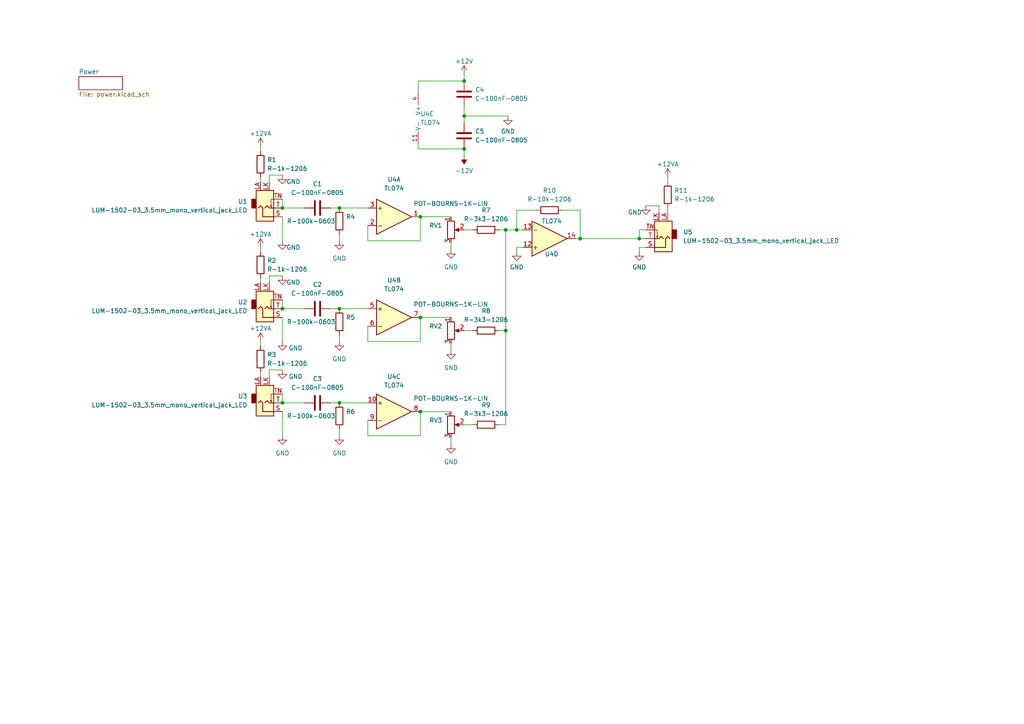
<source format=kicad_sch>
(kicad_sch (version 20211123) (generator eeschema)

  (uuid 3c90c518-0dcc-4ba3-9ad8-19ff07e9a811)

  (paper "A4")

  (lib_symbols
    (symbol "eurorack:C-100nF-0805" (pin_numbers hide) (pin_names (offset 0.254)) (in_bom yes) (on_board yes)
      (property "Reference" "C" (id 0) (at 0.635 2.54 0)
        (effects (font (size 1.27 1.27)) (justify left))
      )
      (property "Value" "C-100nF-0805" (id 1) (at 0.635 -2.54 0)
        (effects (font (size 1.27 1.27)) (justify left))
      )
      (property "Footprint" "Capacitor_SMD:C_0805_2012Metric_Pad1.18x1.45mm_HandSolder" (id 2) (at 0.9652 -3.81 0)
        (effects (font (size 1.27 1.27)) hide)
      )
      (property "Datasheet" "https://secure.reichelt.com/at/en/smd-multilayer-ceramic-capacitor-100-n-10--x7r-g0805-100n-p31879.html?&nbc=1" (id 3) (at 0 0 0)
        (effects (font (size 1.27 1.27)) hide)
      )
      (property "ki_keywords" "cap capacitor" (id 4) (at 0 0 0)
        (effects (font (size 1.27 1.27)) hide)
      )
      (property "ki_description" "Unpolarized capacitor" (id 5) (at 0 0 0)
        (effects (font (size 1.27 1.27)) hide)
      )
      (property "ki_fp_filters" "C_*" (id 6) (at 0 0 0)
        (effects (font (size 1.27 1.27)) hide)
      )
      (symbol "C-100nF-0805_0_1"
        (polyline
          (pts
            (xy -2.032 -0.762)
            (xy 2.032 -0.762)
          )
          (stroke (width 0.508) (type default) (color 0 0 0 0))
          (fill (type none))
        )
        (polyline
          (pts
            (xy -2.032 0.762)
            (xy 2.032 0.762)
          )
          (stroke (width 0.508) (type default) (color 0 0 0 0))
          (fill (type none))
        )
      )
      (symbol "C-100nF-0805_1_1"
        (pin passive line (at 0 3.81 270) (length 2.794)
          (name "~" (effects (font (size 1.27 1.27))))
          (number "1" (effects (font (size 1.27 1.27))))
        )
        (pin passive line (at 0 -3.81 90) (length 2.794)
          (name "~" (effects (font (size 1.27 1.27))))
          (number "2" (effects (font (size 1.27 1.27))))
        )
      )
    )
    (symbol "eurorack:LUM-1502-03_3.5mm_mono_vertical_jack_LED" (in_bom yes) (on_board yes)
      (property "Reference" "U" (id 0) (at 0 5.08 0)
        (effects (font (size 1.27 1.27)))
      )
      (property "Value" "LUM-1502-03_3.5mm_mono_vertical_jack_LED" (id 1) (at 0 5.08 0)
        (effects (font (size 1.27 1.27)))
      )
      (property "Footprint" "eurorack:LUM 1502-03 LED" (id 2) (at 0 5.08 0)
        (effects (font (size 1.27 1.27)) hide)
      )
      (property "Datasheet" "https://cdn-reichelt.de/documents/datenblatt/C160/DS_1502_03.pdf" (id 3) (at 0 5.08 0)
        (effects (font (size 1.27 1.27)) hide)
      )
      (symbol "LUM-1502-03_3.5mm_mono_vertical_jack_LED_0_1"
        (rectangle (start -2.54 -1.27) (end -3.81 -3.81)
          (stroke (width 0.254) (type default) (color 0 0 0 0))
          (fill (type outline))
        )
        (polyline
          (pts
            (xy 1.778 -1.524)
            (xy 2.032 -2.032)
          )
          (stroke (width 0) (type default) (color 0 0 0 0))
          (fill (type none))
        )
        (polyline
          (pts
            (xy 0 -1.27)
            (xy 0.635 -1.905)
            (xy 1.27 -1.27)
            (xy 2.54 -1.27)
          )
          (stroke (width 0.254) (type default) (color 0 0 0 0))
          (fill (type none))
        )
        (polyline
          (pts
            (xy 2.54 -3.81)
            (xy 1.778 -3.81)
            (xy 1.778 -1.524)
            (xy 1.524 -2.032)
          )
          (stroke (width 0) (type default) (color 0 0 0 0))
          (fill (type none))
        )
        (polyline
          (pts
            (xy 2.54 1.27)
            (xy -0.635 1.27)
            (xy -0.635 -1.27)
            (xy -1.27 -1.905)
            (xy -1.905 -1.27)
          )
          (stroke (width 0.254) (type default) (color 0 0 0 0))
          (fill (type none))
        )
        (rectangle (start 2.54 2.54) (end -2.54 -6.35)
          (stroke (width 0.254) (type default) (color 0 0 0 0))
          (fill (type background))
        )
      )
      (symbol "LUM-1502-03_3.5mm_mono_vertical_jack_LED_1_1"
        (pin input line (at -1.27 -8.89 90) (length 2.54)
          (name "" (effects (font (size 1.27 1.27))))
          (number "LA" (effects (font (size 1.27 1.27))))
        )
        (pin input line (at 1.27 -8.89 90) (length 2.54)
          (name "" (effects (font (size 1.27 1.27))))
          (number "LK" (effects (font (size 1.27 1.27))))
        )
        (pin passive line (at 5.08 1.27 180) (length 2.54)
          (name "~" (effects (font (size 1.27 1.27))))
          (number "S" (effects (font (size 1.27 1.27))))
        )
        (pin passive line (at 5.08 -1.27 180) (length 2.54)
          (name "~" (effects (font (size 1.27 1.27))))
          (number "T" (effects (font (size 1.27 1.27))))
        )
        (pin passive line (at 5.08 -3.81 180) (length 2.54)
          (name "~" (effects (font (size 1.27 1.27))))
          (number "TN" (effects (font (size 1.27 1.27))))
        )
      )
    )
    (symbol "eurorack:POT-BOURNS-1K-LIN" (pin_names (offset 1.016) hide) (in_bom yes) (on_board yes)
      (property "Reference" "RV" (id 0) (at -4.445 0 90)
        (effects (font (size 1.27 1.27)))
      )
      (property "Value" "POT-BOURNS-1K-LIN" (id 1) (at -2.54 0 90)
        (effects (font (size 1.27 1.27)))
      )
      (property "Footprint" "Potentiometer_THT:Potentiometer_Bourns_PTV09A-1_Single_Vertical" (id 2) (at 0 0 0)
        (effects (font (size 1.27 1.27)) hide)
      )
      (property "Datasheet" "PTV09A-4025S-A102" (id 3) (at 0 0 0)
        (effects (font (size 1.27 1.27)) hide)
      )
      (property "ki_keywords" "resistor variable" (id 4) (at 0 0 0)
        (effects (font (size 1.27 1.27)) hide)
      )
      (property "ki_description" "Potentiometer" (id 5) (at 0 0 0)
        (effects (font (size 1.27 1.27)) hide)
      )
      (property "ki_fp_filters" "Potentiometer*" (id 6) (at 0 0 0)
        (effects (font (size 1.27 1.27)) hide)
      )
      (symbol "POT-BOURNS-1K-LIN_0_1"
        (polyline
          (pts
            (xy 2.54 0)
            (xy 1.524 0)
          )
          (stroke (width 0) (type default) (color 0 0 0 0))
          (fill (type none))
        )
        (polyline
          (pts
            (xy 1.143 0)
            (xy 2.286 0.508)
            (xy 2.286 -0.508)
            (xy 1.143 0)
          )
          (stroke (width 0) (type default) (color 0 0 0 0))
          (fill (type outline))
        )
        (rectangle (start 1.016 2.54) (end -1.016 -2.54)
          (stroke (width 0.254) (type default) (color 0 0 0 0))
          (fill (type none))
        )
      )
      (symbol "POT-BOURNS-1K-LIN_1_1"
        (pin passive line (at 0 3.81 270) (length 1.27)
          (name "1" (effects (font (size 1.27 1.27))))
          (number "1" (effects (font (size 1.27 1.27))))
        )
        (pin passive line (at 3.81 0 180) (length 1.27)
          (name "2" (effects (font (size 1.27 1.27))))
          (number "2" (effects (font (size 1.27 1.27))))
        )
        (pin passive line (at 0 -3.81 90) (length 1.27)
          (name "3" (effects (font (size 1.27 1.27))))
          (number "3" (effects (font (size 1.27 1.27))))
        )
      )
    )
    (symbol "eurorack:R-100k-0603" (pin_numbers hide) (pin_names (offset 0)) (in_bom yes) (on_board yes)
      (property "Reference" "R" (id 0) (at 2.032 0 90)
        (effects (font (size 1.27 1.27)))
      )
      (property "Value" "R-100k-0603" (id 1) (at -2.54 0 90)
        (effects (font (size 1.27 1.27)))
      )
      (property "Footprint" "Resistor_SMD:R_0603_1608Metric" (id 2) (at -1.778 0 90)
        (effects (font (size 1.27 1.27)) hide)
      )
      (property "Datasheet" "https://www.reichelt.com/at/en/smd-chip-resistor-0603-100-k-ohm-1--smd-0603-100k-p89454.html?&trstct=pos_2&nbc=1" (id 3) (at 0 0 0)
        (effects (font (size 1.27 1.27)) hide)
      )
      (property "P" "100mW" (id 4) (at 0 0 0)
        (effects (font (size 1.27 1.27)) hide)
      )
      (property "Prec" "1%" (id 5) (at 0 0 0)
        (effects (font (size 1.27 1.27)) hide)
      )
      (property "ki_keywords" "R res resistor" (id 6) (at 0 0 0)
        (effects (font (size 1.27 1.27)) hide)
      )
      (property "ki_description" "Resistor" (id 7) (at 0 0 0)
        (effects (font (size 1.27 1.27)) hide)
      )
      (property "ki_fp_filters" "R_*" (id 8) (at 0 0 0)
        (effects (font (size 1.27 1.27)) hide)
      )
      (symbol "R-100k-0603_0_1"
        (rectangle (start -1.016 -2.54) (end 1.016 2.54)
          (stroke (width 0.254) (type default) (color 0 0 0 0))
          (fill (type none))
        )
      )
      (symbol "R-100k-0603_1_1"
        (pin passive line (at 0 3.81 270) (length 1.27)
          (name "~" (effects (font (size 1.27 1.27))))
          (number "1" (effects (font (size 1.27 1.27))))
        )
        (pin passive line (at 0 -3.81 90) (length 1.27)
          (name "~" (effects (font (size 1.27 1.27))))
          (number "2" (effects (font (size 1.27 1.27))))
        )
      )
    )
    (symbol "eurorack:R-10k-1206" (pin_numbers hide) (pin_names (offset 0)) (in_bom yes) (on_board yes)
      (property "Reference" "R" (id 0) (at 2.032 0 90)
        (effects (font (size 1.27 1.27)))
      )
      (property "Value" "R-10k-1206" (id 1) (at -2.54 0 90)
        (effects (font (size 1.27 1.27)))
      )
      (property "Footprint" "Resistor_SMD:R_1206_3216Metric_Pad1.30x1.75mm_HandSolder" (id 2) (at -1.778 0 90)
        (effects (font (size 1.27 1.27)) hide)
      )
      (property "Datasheet" "https://secure.reichelt.com/at/en/smd-chip-resistor-type-1206-10-k-ohm-smd-1-4w-10k-p18244.html?&nbc=1" (id 3) (at 0 0 0)
        (effects (font (size 1.27 1.27)) hide)
      )
      (property "P" "1/4W" (id 4) (at 0 0 0)
        (effects (font (size 1.27 1.27)) hide)
      )
      (property "ki_keywords" "R res resistor" (id 5) (at 0 0 0)
        (effects (font (size 1.27 1.27)) hide)
      )
      (property "ki_description" "Resistor" (id 6) (at 0 0 0)
        (effects (font (size 1.27 1.27)) hide)
      )
      (property "ki_fp_filters" "R_*" (id 7) (at 0 0 0)
        (effects (font (size 1.27 1.27)) hide)
      )
      (symbol "R-10k-1206_0_1"
        (rectangle (start -1.016 -2.54) (end 1.016 2.54)
          (stroke (width 0.254) (type default) (color 0 0 0 0))
          (fill (type none))
        )
      )
      (symbol "R-10k-1206_1_1"
        (pin passive line (at 0 3.81 270) (length 1.27)
          (name "~" (effects (font (size 1.27 1.27))))
          (number "1" (effects (font (size 1.27 1.27))))
        )
        (pin passive line (at 0 -3.81 90) (length 1.27)
          (name "~" (effects (font (size 1.27 1.27))))
          (number "2" (effects (font (size 1.27 1.27))))
        )
      )
    )
    (symbol "eurorack:R-1k-1206" (pin_numbers hide) (pin_names (offset 0)) (in_bom yes) (on_board yes)
      (property "Reference" "R" (id 0) (at 2.032 0 90)
        (effects (font (size 1.27 1.27)))
      )
      (property "Value" "R-1k-1206" (id 1) (at -2.54 0 90)
        (effects (font (size 1.27 1.27)))
      )
      (property "Footprint" "Resistor_SMD:R_1206_3216Metric_Pad1.30x1.75mm_HandSolder" (id 2) (at -1.778 0 90)
        (effects (font (size 1.27 1.27)) hide)
      )
      (property "Datasheet" "https://www.reichelt.com/at/en/smd-resistor-0603-1-kohm-100-mw-5--rnd-1550603-bk-p250162.html?&trstct=pos_0&nbc=1" (id 3) (at 0 0 0)
        (effects (font (size 1.27 1.27)) hide)
      )
      (property "P" "100mW" (id 4) (at 0 0 0)
        (effects (font (size 1.27 1.27)) hide)
      )
      (property "Tolerance" "5%" (id 5) (at 0 0 0)
        (effects (font (size 1.27 1.27)) hide)
      )
      (property "ki_keywords" "R res resistor" (id 6) (at 0 0 0)
        (effects (font (size 1.27 1.27)) hide)
      )
      (property "ki_description" "Resistor" (id 7) (at 0 0 0)
        (effects (font (size 1.27 1.27)) hide)
      )
      (property "ki_fp_filters" "R_*" (id 8) (at 0 0 0)
        (effects (font (size 1.27 1.27)) hide)
      )
      (symbol "R-1k-1206_0_1"
        (rectangle (start -1.016 -2.54) (end 1.016 2.54)
          (stroke (width 0.254) (type default) (color 0 0 0 0))
          (fill (type none))
        )
      )
      (symbol "R-1k-1206_1_1"
        (pin passive line (at 0 3.81 270) (length 1.27)
          (name "~" (effects (font (size 1.27 1.27))))
          (number "1" (effects (font (size 1.27 1.27))))
        )
        (pin passive line (at 0 -3.81 90) (length 1.27)
          (name "~" (effects (font (size 1.27 1.27))))
          (number "2" (effects (font (size 1.27 1.27))))
        )
      )
    )
    (symbol "eurorack:R-3k3-1206" (pin_numbers hide) (pin_names (offset 0)) (in_bom yes) (on_board yes)
      (property "Reference" "R" (id 0) (at 2.032 0 90)
        (effects (font (size 1.27 1.27)))
      )
      (property "Value" "R-3k3-1206" (id 1) (at -2.54 0 90)
        (effects (font (size 1.27 1.27)))
      )
      (property "Footprint" "Resistor_SMD:R_1206_3216Metric_Pad1.30x1.75mm_HandSolder" (id 2) (at -1.778 0 90)
        (effects (font (size 1.27 1.27)) hide)
      )
      (property "Datasheet" "https://www.reichelt.com/at/en/smd-chip-resistor-type-1206-3-3-k-ohm-smd-1-4w-3-3k-p18302.html?search=1206+resistor+3.3+K&&r=1" (id 3) (at 0 0 0)
        (effects (font (size 1.27 1.27)) hide)
      )
      (property "P" "250mW" (id 4) (at 0 0 0)
        (effects (font (size 1.27 1.27)) hide)
      )
      (property "Tolerance" "5%" (id 5) (at 0 0 0)
        (effects (font (size 1.27 1.27)) hide)
      )
      (property "ki_keywords" "R res resistor" (id 6) (at 0 0 0)
        (effects (font (size 1.27 1.27)) hide)
      )
      (property "ki_description" "Resistor" (id 7) (at 0 0 0)
        (effects (font (size 1.27 1.27)) hide)
      )
      (property "ki_fp_filters" "R_*" (id 8) (at 0 0 0)
        (effects (font (size 1.27 1.27)) hide)
      )
      (symbol "R-3k3-1206_0_1"
        (rectangle (start -1.016 -2.54) (end 1.016 2.54)
          (stroke (width 0.254) (type default) (color 0 0 0 0))
          (fill (type none))
        )
      )
      (symbol "R-3k3-1206_1_1"
        (pin passive line (at 0 3.81 270) (length 1.27)
          (name "~" (effects (font (size 1.27 1.27))))
          (number "1" (effects (font (size 1.27 1.27))))
        )
        (pin passive line (at 0 -3.81 90) (length 1.27)
          (name "~" (effects (font (size 1.27 1.27))))
          (number "2" (effects (font (size 1.27 1.27))))
        )
      )
    )
    (symbol "eurorack:TL074" (pin_names (offset 0.127)) (in_bom yes) (on_board yes)
      (property "Reference" "U" (id 0) (at 0 5.08 0)
        (effects (font (size 1.27 1.27)) (justify left))
      )
      (property "Value" "TL074" (id 1) (at 0 -5.08 0)
        (effects (font (size 1.27 1.27)) (justify left))
      )
      (property "Footprint" "Package_SO:SO-14_5.3x10.2mm_P1.27mm" (id 2) (at -1.27 2.54 0)
        (effects (font (size 1.27 1.27)) hide)
      )
      (property "Datasheet" "https://cdn-reichelt.de/documents/datenblatt/A200/TL074%23STM.pdf" (id 3) (at 1.27 5.08 0)
        (effects (font (size 1.27 1.27)) hide)
      )
      (property "ki_locked" "" (id 4) (at 0 0 0)
        (effects (font (size 1.27 1.27)))
      )
      (property "ki_keywords" "quad opamp" (id 5) (at 0 0 0)
        (effects (font (size 1.27 1.27)) hide)
      )
      (property "ki_description" "Quad Low-Noise JFET-Input Operational Amplifiers, DIP-14/SOIC-14" (id 6) (at 0 0 0)
        (effects (font (size 1.27 1.27)) hide)
      )
      (property "ki_fp_filters" "SOIC*3.9x8.7mm*P1.27mm* DIP*W7.62mm* TSSOP*4.4x5mm*P0.65mm* SSOP*5.3x6.2mm*P0.65mm* MSOP*3x3mm*P0.5mm*" (id 7) (at 0 0 0)
        (effects (font (size 1.27 1.27)) hide)
      )
      (symbol "TL074_1_1"
        (polyline
          (pts
            (xy -5.08 5.08)
            (xy 5.08 0)
            (xy -5.08 -5.08)
            (xy -5.08 5.08)
          )
          (stroke (width 0.254) (type default) (color 0 0 0 0))
          (fill (type background))
        )
        (pin output line (at 7.62 0 180) (length 2.54)
          (name "~" (effects (font (size 1.27 1.27))))
          (number "1" (effects (font (size 1.27 1.27))))
        )
        (pin input line (at -7.62 -2.54 0) (length 2.54)
          (name "-" (effects (font (size 1.27 1.27))))
          (number "2" (effects (font (size 1.27 1.27))))
        )
        (pin input line (at -7.62 2.54 0) (length 2.54)
          (name "+" (effects (font (size 1.27 1.27))))
          (number "3" (effects (font (size 1.27 1.27))))
        )
      )
      (symbol "TL074_2_1"
        (polyline
          (pts
            (xy -5.08 5.08)
            (xy 5.08 0)
            (xy -5.08 -5.08)
            (xy -5.08 5.08)
          )
          (stroke (width 0.254) (type default) (color 0 0 0 0))
          (fill (type background))
        )
        (pin input line (at -7.62 2.54 0) (length 2.54)
          (name "+" (effects (font (size 1.27 1.27))))
          (number "5" (effects (font (size 1.27 1.27))))
        )
        (pin input line (at -7.62 -2.54 0) (length 2.54)
          (name "-" (effects (font (size 1.27 1.27))))
          (number "6" (effects (font (size 1.27 1.27))))
        )
        (pin output line (at 7.62 0 180) (length 2.54)
          (name "~" (effects (font (size 1.27 1.27))))
          (number "7" (effects (font (size 1.27 1.27))))
        )
      )
      (symbol "TL074_3_1"
        (polyline
          (pts
            (xy -5.08 5.08)
            (xy 5.08 0)
            (xy -5.08 -5.08)
            (xy -5.08 5.08)
          )
          (stroke (width 0.254) (type default) (color 0 0 0 0))
          (fill (type background))
        )
        (pin input line (at -7.62 2.54 0) (length 2.54)
          (name "+" (effects (font (size 1.27 1.27))))
          (number "10" (effects (font (size 1.27 1.27))))
        )
        (pin output line (at 7.62 0 180) (length 2.54)
          (name "~" (effects (font (size 1.27 1.27))))
          (number "8" (effects (font (size 1.27 1.27))))
        )
        (pin input line (at -7.62 -2.54 0) (length 2.54)
          (name "-" (effects (font (size 1.27 1.27))))
          (number "9" (effects (font (size 1.27 1.27))))
        )
      )
      (symbol "TL074_4_1"
        (polyline
          (pts
            (xy -5.08 5.08)
            (xy 5.08 0)
            (xy -5.08 -5.08)
            (xy -5.08 5.08)
          )
          (stroke (width 0.254) (type default) (color 0 0 0 0))
          (fill (type background))
        )
        (pin input line (at -7.62 2.54 0) (length 2.54)
          (name "+" (effects (font (size 1.27 1.27))))
          (number "12" (effects (font (size 1.27 1.27))))
        )
        (pin input line (at -7.62 -2.54 0) (length 2.54)
          (name "-" (effects (font (size 1.27 1.27))))
          (number "13" (effects (font (size 1.27 1.27))))
        )
        (pin output line (at 7.62 0 180) (length 2.54)
          (name "~" (effects (font (size 1.27 1.27))))
          (number "14" (effects (font (size 1.27 1.27))))
        )
      )
      (symbol "TL074_5_1"
        (pin power_in line (at -2.54 -7.62 90) (length 3.81)
          (name "V-" (effects (font (size 1.27 1.27))))
          (number "11" (effects (font (size 1.27 1.27))))
        )
        (pin power_in line (at -2.54 7.62 270) (length 3.81)
          (name "V+" (effects (font (size 1.27 1.27))))
          (number "4" (effects (font (size 1.27 1.27))))
        )
      )
    )
    (symbol "power:+12V" (power) (pin_names (offset 0)) (in_bom yes) (on_board yes)
      (property "Reference" "#PWR" (id 0) (at 0 -3.81 0)
        (effects (font (size 1.27 1.27)) hide)
      )
      (property "Value" "+12V" (id 1) (at 0 3.556 0)
        (effects (font (size 1.27 1.27)))
      )
      (property "Footprint" "" (id 2) (at 0 0 0)
        (effects (font (size 1.27 1.27)) hide)
      )
      (property "Datasheet" "" (id 3) (at 0 0 0)
        (effects (font (size 1.27 1.27)) hide)
      )
      (property "ki_keywords" "power-flag" (id 4) (at 0 0 0)
        (effects (font (size 1.27 1.27)) hide)
      )
      (property "ki_description" "Power symbol creates a global label with name \"+12V\"" (id 5) (at 0 0 0)
        (effects (font (size 1.27 1.27)) hide)
      )
      (symbol "+12V_0_1"
        (polyline
          (pts
            (xy -0.762 1.27)
            (xy 0 2.54)
          )
          (stroke (width 0) (type default) (color 0 0 0 0))
          (fill (type none))
        )
        (polyline
          (pts
            (xy 0 0)
            (xy 0 2.54)
          )
          (stroke (width 0) (type default) (color 0 0 0 0))
          (fill (type none))
        )
        (polyline
          (pts
            (xy 0 2.54)
            (xy 0.762 1.27)
          )
          (stroke (width 0) (type default) (color 0 0 0 0))
          (fill (type none))
        )
      )
      (symbol "+12V_1_1"
        (pin power_in line (at 0 0 90) (length 0) hide
          (name "+12V" (effects (font (size 1.27 1.27))))
          (number "1" (effects (font (size 1.27 1.27))))
        )
      )
    )
    (symbol "power:+12VA" (power) (pin_names (offset 0)) (in_bom yes) (on_board yes)
      (property "Reference" "#PWR" (id 0) (at 0 -3.81 0)
        (effects (font (size 1.27 1.27)) hide)
      )
      (property "Value" "+12VA" (id 1) (at 0 3.556 0)
        (effects (font (size 1.27 1.27)))
      )
      (property "Footprint" "" (id 2) (at 0 0 0)
        (effects (font (size 1.27 1.27)) hide)
      )
      (property "Datasheet" "" (id 3) (at 0 0 0)
        (effects (font (size 1.27 1.27)) hide)
      )
      (property "ki_keywords" "power-flag" (id 4) (at 0 0 0)
        (effects (font (size 1.27 1.27)) hide)
      )
      (property "ki_description" "Power symbol creates a global label with name \"+12VA\"" (id 5) (at 0 0 0)
        (effects (font (size 1.27 1.27)) hide)
      )
      (symbol "+12VA_0_1"
        (polyline
          (pts
            (xy -0.762 1.27)
            (xy 0 2.54)
          )
          (stroke (width 0) (type default) (color 0 0 0 0))
          (fill (type none))
        )
        (polyline
          (pts
            (xy 0 0)
            (xy 0 2.54)
          )
          (stroke (width 0) (type default) (color 0 0 0 0))
          (fill (type none))
        )
        (polyline
          (pts
            (xy 0 2.54)
            (xy 0.762 1.27)
          )
          (stroke (width 0) (type default) (color 0 0 0 0))
          (fill (type none))
        )
      )
      (symbol "+12VA_1_1"
        (pin power_in line (at 0 0 90) (length 0) hide
          (name "+12VA" (effects (font (size 1.27 1.27))))
          (number "1" (effects (font (size 1.27 1.27))))
        )
      )
    )
    (symbol "power:-12V" (power) (pin_names (offset 0)) (in_bom yes) (on_board yes)
      (property "Reference" "#PWR" (id 0) (at 0 2.54 0)
        (effects (font (size 1.27 1.27)) hide)
      )
      (property "Value" "-12V" (id 1) (at 0 3.81 0)
        (effects (font (size 1.27 1.27)))
      )
      (property "Footprint" "" (id 2) (at 0 0 0)
        (effects (font (size 1.27 1.27)) hide)
      )
      (property "Datasheet" "" (id 3) (at 0 0 0)
        (effects (font (size 1.27 1.27)) hide)
      )
      (property "ki_keywords" "power-flag" (id 4) (at 0 0 0)
        (effects (font (size 1.27 1.27)) hide)
      )
      (property "ki_description" "Power symbol creates a global label with name \"-12V\"" (id 5) (at 0 0 0)
        (effects (font (size 1.27 1.27)) hide)
      )
      (symbol "-12V_0_0"
        (pin power_in line (at 0 0 90) (length 0) hide
          (name "-12V" (effects (font (size 1.27 1.27))))
          (number "1" (effects (font (size 1.27 1.27))))
        )
      )
      (symbol "-12V_0_1"
        (polyline
          (pts
            (xy 0 0)
            (xy 0 1.27)
            (xy 0.762 1.27)
            (xy 0 2.54)
            (xy -0.762 1.27)
            (xy 0 1.27)
          )
          (stroke (width 0) (type default) (color 0 0 0 0))
          (fill (type outline))
        )
      )
    )
    (symbol "power:GND" (power) (pin_names (offset 0)) (in_bom yes) (on_board yes)
      (property "Reference" "#PWR" (id 0) (at 0 -6.35 0)
        (effects (font (size 1.27 1.27)) hide)
      )
      (property "Value" "GND" (id 1) (at 0 -3.81 0)
        (effects (font (size 1.27 1.27)))
      )
      (property "Footprint" "" (id 2) (at 0 0 0)
        (effects (font (size 1.27 1.27)) hide)
      )
      (property "Datasheet" "" (id 3) (at 0 0 0)
        (effects (font (size 1.27 1.27)) hide)
      )
      (property "ki_keywords" "power-flag" (id 4) (at 0 0 0)
        (effects (font (size 1.27 1.27)) hide)
      )
      (property "ki_description" "Power symbol creates a global label with name \"GND\" , ground" (id 5) (at 0 0 0)
        (effects (font (size 1.27 1.27)) hide)
      )
      (symbol "GND_0_1"
        (polyline
          (pts
            (xy 0 0)
            (xy 0 -1.27)
            (xy 1.27 -1.27)
            (xy 0 -2.54)
            (xy -1.27 -1.27)
            (xy 0 -1.27)
          )
          (stroke (width 0) (type default) (color 0 0 0 0))
          (fill (type none))
        )
      )
      (symbol "GND_1_1"
        (pin power_in line (at 0 0 270) (length 0) hide
          (name "GND" (effects (font (size 1.27 1.27))))
          (number "1" (effects (font (size 1.27 1.27))))
        )
      )
    )
  )

  (junction (at 146.685 95.885) (diameter 0) (color 0 0 0 0)
    (uuid 09dfd8ce-bee1-48e5-8076-8ce556ee5557)
  )
  (junction (at 98.425 116.84) (diameter 0) (color 0 0 0 0)
    (uuid 32d07622-304a-4925-bc86-03cab53b59cf)
  )
  (junction (at 81.915 116.84) (diameter 0) (color 0 0 0 0)
    (uuid 4657cb4a-2931-4061-aa5e-11ae6e801b86)
  )
  (junction (at 185.42 69.215) (diameter 0) (color 0 0 0 0)
    (uuid 56fff372-6ac2-47dd-acaa-c470b0e6394e)
  )
  (junction (at 134.62 33.655) (diameter 0) (color 0 0 0 0)
    (uuid 5f020ecd-8819-49af-a114-74647c8d4af4)
  )
  (junction (at 134.62 23.495) (diameter 0) (color 0 0 0 0)
    (uuid 5ffe8920-00f2-4828-abe1-f429a661e541)
  )
  (junction (at 134.62 43.18) (diameter 0) (color 0 0 0 0)
    (uuid 650cbacb-b3ca-4f4c-b90b-fdbfea415220)
  )
  (junction (at 81.915 60.325) (diameter 0) (color 0 0 0 0)
    (uuid 66f39315-a39f-4385-baf4-bda846f274c9)
  )
  (junction (at 121.92 62.865) (diameter 0) (color 0 0 0 0)
    (uuid 6a3b6f5b-fb1b-4d86-8ee5-66bf23ac71f9)
  )
  (junction (at 121.92 92.075) (diameter 0) (color 0 0 0 0)
    (uuid 86363f14-2f84-4974-b72b-dd3a7607a7e6)
  )
  (junction (at 149.86 66.675) (diameter 0) (color 0 0 0 0)
    (uuid a62f4958-e62c-4eb6-829e-56b888fd4cd2)
  )
  (junction (at 121.92 119.38) (diameter 0) (color 0 0 0 0)
    (uuid a6a8bedc-7471-46c3-ba13-541422793283)
  )
  (junction (at 98.425 60.325) (diameter 0) (color 0 0 0 0)
    (uuid b65b1e80-1205-4850-898a-a8a5b5ff1f0e)
  )
  (junction (at 81.915 89.535) (diameter 0) (color 0 0 0 0)
    (uuid cd18db3d-cb34-4957-b29a-af8a4579f122)
  )
  (junction (at 146.685 66.675) (diameter 0) (color 0 0 0 0)
    (uuid dcb38f6e-712b-4149-b020-ad72fe0488b1)
  )
  (junction (at 98.425 89.535) (diameter 0) (color 0 0 0 0)
    (uuid de8f1158-388f-4d98-91ba-ec11b61eb543)
  )
  (junction (at 168.275 69.215) (diameter 0) (color 0 0 0 0)
    (uuid faf95b03-7007-48e6-9964-06dc08397317)
  )

  (wire (pts (xy 121.285 26.67) (xy 121.285 23.495))
    (stroke (width 0) (type default) (color 0 0 0 0))
    (uuid 0d410c20-2956-4c3b-83cb-cf006a4d2cd1)
  )
  (wire (pts (xy 134.62 21.59) (xy 134.62 23.495))
    (stroke (width 0) (type default) (color 0 0 0 0))
    (uuid 0f3a1bc5-23a7-422d-b6a4-7821f5707649)
  )
  (wire (pts (xy 193.675 60.325) (xy 193.675 61.595))
    (stroke (width 0) (type default) (color 0 0 0 0))
    (uuid 14e4bc71-f7c0-4577-89e1-da5efba6bb71)
  )
  (wire (pts (xy 81.915 92.075) (xy 81.915 99.06))
    (stroke (width 0) (type default) (color 0 0 0 0))
    (uuid 15c10549-796a-4dbd-abd0-c206d9d84825)
  )
  (wire (pts (xy 78.105 50.8) (xy 81.915 50.8))
    (stroke (width 0) (type default) (color 0 0 0 0))
    (uuid 16e813f0-1168-4bec-b19a-2b958c872748)
  )
  (wire (pts (xy 81.915 89.535) (xy 88.265 89.535))
    (stroke (width 0) (type default) (color 0 0 0 0))
    (uuid 1887a41e-571d-4726-a5ab-cfa9ff41c39b)
  )
  (wire (pts (xy 130.81 99.695) (xy 130.81 101.6))
    (stroke (width 0) (type default) (color 0 0 0 0))
    (uuid 1d4e32e7-1f52-4078-90f4-9ee99c6187b3)
  )
  (wire (pts (xy 185.42 66.675) (xy 185.42 69.215))
    (stroke (width 0) (type default) (color 0 0 0 0))
    (uuid 1d7ab53e-655e-4f57-95e3-f3b82d35a928)
  )
  (wire (pts (xy 134.62 95.885) (xy 137.16 95.885))
    (stroke (width 0) (type default) (color 0 0 0 0))
    (uuid 1e47f908-2e3a-4db4-8855-5844eb57042f)
  )
  (wire (pts (xy 75.565 99.06) (xy 75.565 100.33))
    (stroke (width 0) (type default) (color 0 0 0 0))
    (uuid 2c43dfcb-02b9-49a8-b581-de3723eac27a)
  )
  (wire (pts (xy 98.425 116.84) (xy 106.68 116.84))
    (stroke (width 0) (type default) (color 0 0 0 0))
    (uuid 34cd1d26-ecd0-4715-b566-f524969e2345)
  )
  (wire (pts (xy 144.78 123.19) (xy 146.685 123.19))
    (stroke (width 0) (type default) (color 0 0 0 0))
    (uuid 3556e83f-954a-4972-9739-769dca300f64)
  )
  (wire (pts (xy 81.915 114.3) (xy 81.915 116.84))
    (stroke (width 0) (type default) (color 0 0 0 0))
    (uuid 363362dc-2be3-43da-a198-0ee201b59aaa)
  )
  (wire (pts (xy 121.92 99.06) (xy 121.92 92.075))
    (stroke (width 0) (type default) (color 0 0 0 0))
    (uuid 36fc09ca-7b75-4c90-ade0-9d66e60867dd)
  )
  (wire (pts (xy 121.92 69.85) (xy 121.92 62.865))
    (stroke (width 0) (type default) (color 0 0 0 0))
    (uuid 37025a68-e0ee-424b-89fb-787b157bf521)
  )
  (wire (pts (xy 98.425 67.945) (xy 98.425 69.85))
    (stroke (width 0) (type default) (color 0 0 0 0))
    (uuid 3c0ce9c7-fcd0-42a7-bd90-be0584f43331)
  )
  (wire (pts (xy 191.135 61.595) (xy 191.135 59.69))
    (stroke (width 0) (type default) (color 0 0 0 0))
    (uuid 4397294f-87a3-4f5b-9e9f-f41499bbdcb0)
  )
  (wire (pts (xy 130.81 127) (xy 130.81 128.905))
    (stroke (width 0) (type default) (color 0 0 0 0))
    (uuid 4a004cb1-fbf9-4ff7-9437-2cb913977ee0)
  )
  (wire (pts (xy 121.92 119.38) (xy 130.81 119.38))
    (stroke (width 0) (type default) (color 0 0 0 0))
    (uuid 57682536-0062-4355-a9c8-8b20ddcc96b4)
  )
  (wire (pts (xy 81.915 119.38) (xy 81.915 126.365))
    (stroke (width 0) (type default) (color 0 0 0 0))
    (uuid 595c5627-267e-4780-a244-0748fcb3514b)
  )
  (wire (pts (xy 149.86 71.755) (xy 151.765 71.755))
    (stroke (width 0) (type default) (color 0 0 0 0))
    (uuid 5cd91b67-2411-41cf-b5c9-d5acaa488f53)
  )
  (wire (pts (xy 144.78 66.675) (xy 146.685 66.675))
    (stroke (width 0) (type default) (color 0 0 0 0))
    (uuid 5e0c7c0f-c584-4872-828e-8269dab9b416)
  )
  (wire (pts (xy 149.86 60.96) (xy 155.575 60.96))
    (stroke (width 0) (type default) (color 0 0 0 0))
    (uuid 5f09b01d-13ed-4b57-aaae-044eeff63d15)
  )
  (wire (pts (xy 168.275 69.215) (xy 185.42 69.215))
    (stroke (width 0) (type default) (color 0 0 0 0))
    (uuid 60f16743-f633-49c2-b5e6-7ee7b4b12356)
  )
  (wire (pts (xy 185.42 71.755) (xy 185.42 73.025))
    (stroke (width 0) (type default) (color 0 0 0 0))
    (uuid 61c733a6-7ca6-4518-9786-299d9faccaa5)
  )
  (wire (pts (xy 106.68 65.405) (xy 106.68 69.85))
    (stroke (width 0) (type default) (color 0 0 0 0))
    (uuid 689e4e59-8202-422a-be00-0adb7d092817)
  )
  (wire (pts (xy 95.885 116.84) (xy 98.425 116.84))
    (stroke (width 0) (type default) (color 0 0 0 0))
    (uuid 68cb0e8a-b8b2-4779-b3dc-d7e666cbc088)
  )
  (wire (pts (xy 81.915 86.995) (xy 81.915 89.535))
    (stroke (width 0) (type default) (color 0 0 0 0))
    (uuid 6ab2f443-cd60-47c2-865e-71be0c5edc72)
  )
  (wire (pts (xy 130.81 70.485) (xy 130.81 72.39))
    (stroke (width 0) (type default) (color 0 0 0 0))
    (uuid 6b7320c7-cd52-45ca-a122-7f4da2f3cc48)
  )
  (wire (pts (xy 134.62 66.675) (xy 137.16 66.675))
    (stroke (width 0) (type default) (color 0 0 0 0))
    (uuid 6e6cb0a5-ef42-4faa-a996-11b0375faefc)
  )
  (wire (pts (xy 134.62 43.18) (xy 134.62 45.085))
    (stroke (width 0) (type default) (color 0 0 0 0))
    (uuid 6fab9deb-8f50-4f8a-bec1-268933fd5545)
  )
  (wire (pts (xy 106.68 121.92) (xy 106.68 126.365))
    (stroke (width 0) (type default) (color 0 0 0 0))
    (uuid 74d7b70f-99c4-4187-b461-03fcb5b1d2ab)
  )
  (wire (pts (xy 146.685 66.675) (xy 149.86 66.675))
    (stroke (width 0) (type default) (color 0 0 0 0))
    (uuid 77123830-d960-410e-999c-929d40b00d17)
  )
  (wire (pts (xy 75.565 51.435) (xy 75.565 52.705))
    (stroke (width 0) (type default) (color 0 0 0 0))
    (uuid 77395ad1-bc63-41bb-9df5-b7fb70f6dc33)
  )
  (wire (pts (xy 78.105 80.01) (xy 81.915 80.01))
    (stroke (width 0) (type default) (color 0 0 0 0))
    (uuid 7978be6e-1536-4c92-9e47-250d20c09da8)
  )
  (wire (pts (xy 75.565 42.545) (xy 75.565 43.815))
    (stroke (width 0) (type default) (color 0 0 0 0))
    (uuid 7db305d9-a6bf-429e-8c0e-e9219b77e1c0)
  )
  (wire (pts (xy 121.285 41.91) (xy 121.285 43.18))
    (stroke (width 0) (type default) (color 0 0 0 0))
    (uuid 7dbb699a-89cc-4d27-8a4a-5d5bffdefcef)
  )
  (wire (pts (xy 78.105 52.705) (xy 78.105 50.8))
    (stroke (width 0) (type default) (color 0 0 0 0))
    (uuid 819068fa-ab9f-465f-88b8-5e577d5e7a32)
  )
  (wire (pts (xy 149.86 66.675) (xy 149.86 60.96))
    (stroke (width 0) (type default) (color 0 0 0 0))
    (uuid 84d184c7-1506-496f-a14f-56553618ab02)
  )
  (wire (pts (xy 78.105 107.315) (xy 81.915 107.315))
    (stroke (width 0) (type default) (color 0 0 0 0))
    (uuid 878fbace-62e5-4f68-a77f-4de8b8de81df)
  )
  (wire (pts (xy 75.565 107.95) (xy 75.565 109.22))
    (stroke (width 0) (type default) (color 0 0 0 0))
    (uuid 8869eaf0-fd5d-4929-87d3-15698d31d261)
  )
  (wire (pts (xy 187.325 71.755) (xy 185.42 71.755))
    (stroke (width 0) (type default) (color 0 0 0 0))
    (uuid 891c7b32-2d9d-4702-86b8-8b4ed8ca0925)
  )
  (wire (pts (xy 146.685 95.885) (xy 146.685 66.675))
    (stroke (width 0) (type default) (color 0 0 0 0))
    (uuid 89b75975-f1a7-4681-8c3f-1d24f29e3940)
  )
  (wire (pts (xy 134.62 123.19) (xy 137.16 123.19))
    (stroke (width 0) (type default) (color 0 0 0 0))
    (uuid 8db01811-4ebe-41d8-b47e-b7b43996d91e)
  )
  (wire (pts (xy 75.565 71.755) (xy 75.565 73.025))
    (stroke (width 0) (type default) (color 0 0 0 0))
    (uuid 8f26d00f-2642-4a0c-a54f-576ac0cf4a5b)
  )
  (wire (pts (xy 121.92 62.865) (xy 130.81 62.865))
    (stroke (width 0) (type default) (color 0 0 0 0))
    (uuid 8fd1375a-4468-4357-8b6a-6559c445eef6)
  )
  (wire (pts (xy 81.915 57.785) (xy 81.915 60.325))
    (stroke (width 0) (type default) (color 0 0 0 0))
    (uuid 92f0c0fd-3357-40bf-bd6c-e9b20d67ddbf)
  )
  (wire (pts (xy 144.78 95.885) (xy 146.685 95.885))
    (stroke (width 0) (type default) (color 0 0 0 0))
    (uuid 9701b173-1b86-4bd7-8972-0ade327d30d0)
  )
  (wire (pts (xy 149.86 73.025) (xy 149.86 71.755))
    (stroke (width 0) (type default) (color 0 0 0 0))
    (uuid 971977ba-8baf-4c67-98c6-29767c97b1b7)
  )
  (wire (pts (xy 134.62 31.115) (xy 134.62 33.655))
    (stroke (width 0) (type default) (color 0 0 0 0))
    (uuid 9a672ace-2ea3-4537-9a99-605142f3815c)
  )
  (wire (pts (xy 81.915 60.325) (xy 88.265 60.325))
    (stroke (width 0) (type default) (color 0 0 0 0))
    (uuid 9d3879c0-16be-45b1-8e46-13378ae27966)
  )
  (wire (pts (xy 106.68 99.06) (xy 121.92 99.06))
    (stroke (width 0) (type default) (color 0 0 0 0))
    (uuid a455921d-acc3-4f1d-a26a-9b63881700b8)
  )
  (wire (pts (xy 78.105 109.22) (xy 78.105 107.315))
    (stroke (width 0) (type default) (color 0 0 0 0))
    (uuid a6114f8c-c40c-48dc-8c78-6ee983dd84cb)
  )
  (wire (pts (xy 98.425 89.535) (xy 106.68 89.535))
    (stroke (width 0) (type default) (color 0 0 0 0))
    (uuid a68dff96-e7bb-4e76-8e9c-d8837c417e73)
  )
  (wire (pts (xy 121.92 92.075) (xy 130.81 92.075))
    (stroke (width 0) (type default) (color 0 0 0 0))
    (uuid aa301772-e639-46dc-b1fd-f2d1b16a8256)
  )
  (wire (pts (xy 95.885 60.325) (xy 98.425 60.325))
    (stroke (width 0) (type default) (color 0 0 0 0))
    (uuid aab1f71d-2717-4561-ba59-aed11af61186)
  )
  (wire (pts (xy 98.425 97.155) (xy 98.425 99.06))
    (stroke (width 0) (type default) (color 0 0 0 0))
    (uuid ab3930ea-0507-4a45-854d-062611b8966f)
  )
  (wire (pts (xy 134.62 33.655) (xy 147.32 33.655))
    (stroke (width 0) (type default) (color 0 0 0 0))
    (uuid ae8aca90-c595-4cc6-924e-28a1773053b8)
  )
  (wire (pts (xy 187.325 66.675) (xy 185.42 66.675))
    (stroke (width 0) (type default) (color 0 0 0 0))
    (uuid afecb29d-171c-4cf2-9d29-e01a6a678db6)
  )
  (wire (pts (xy 81.915 62.865) (xy 81.915 69.85))
    (stroke (width 0) (type default) (color 0 0 0 0))
    (uuid b152cf23-70ba-46f6-928a-3c8128f5c13b)
  )
  (wire (pts (xy 193.675 51.435) (xy 193.675 52.705))
    (stroke (width 0) (type default) (color 0 0 0 0))
    (uuid b27857b5-2cc8-4acb-9dd2-b4c6bd3de13d)
  )
  (wire (pts (xy 81.915 116.84) (xy 88.265 116.84))
    (stroke (width 0) (type default) (color 0 0 0 0))
    (uuid ba7f6267-cd8e-4ef2-aa73-ce8138e34afd)
  )
  (wire (pts (xy 121.92 126.365) (xy 121.92 119.38))
    (stroke (width 0) (type default) (color 0 0 0 0))
    (uuid bfeb72d6-0091-4fe6-93f7-5b38b9bb6e1d)
  )
  (wire (pts (xy 168.275 60.96) (xy 168.275 69.215))
    (stroke (width 0) (type default) (color 0 0 0 0))
    (uuid c45d6e07-d0a4-459d-9951-15cd1a4b8fb8)
  )
  (wire (pts (xy 121.285 43.18) (xy 134.62 43.18))
    (stroke (width 0) (type default) (color 0 0 0 0))
    (uuid c8585da1-895c-432f-b632-1db971ed8674)
  )
  (wire (pts (xy 121.285 23.495) (xy 134.62 23.495))
    (stroke (width 0) (type default) (color 0 0 0 0))
    (uuid cb511f33-cb89-4261-b969-aa3f2dac9b36)
  )
  (wire (pts (xy 146.685 123.19) (xy 146.685 95.885))
    (stroke (width 0) (type default) (color 0 0 0 0))
    (uuid cfe30578-5414-4a67-b6fb-fbc8f5f1bbcf)
  )
  (wire (pts (xy 191.135 59.69) (xy 187.325 59.69))
    (stroke (width 0) (type default) (color 0 0 0 0))
    (uuid d626028b-613f-42aa-819c-7e6cadfccb87)
  )
  (wire (pts (xy 75.565 80.645) (xy 75.565 81.915))
    (stroke (width 0) (type default) (color 0 0 0 0))
    (uuid d995d777-adbf-4be1-a1b2-5fe057d86d07)
  )
  (wire (pts (xy 106.68 94.615) (xy 106.68 99.06))
    (stroke (width 0) (type default) (color 0 0 0 0))
    (uuid d9cd358c-2ab2-4230-a944-bb6b1bc42140)
  )
  (wire (pts (xy 106.68 69.85) (xy 121.92 69.85))
    (stroke (width 0) (type default) (color 0 0 0 0))
    (uuid dd48136b-0209-47e7-8436-97be6044faf7)
  )
  (wire (pts (xy 78.105 81.915) (xy 78.105 80.01))
    (stroke (width 0) (type default) (color 0 0 0 0))
    (uuid dd7f65a1-a898-4f37-9853-b8e21d962018)
  )
  (wire (pts (xy 98.425 60.325) (xy 106.68 60.325))
    (stroke (width 0) (type default) (color 0 0 0 0))
    (uuid de0a07aa-91e3-4ece-8476-89474e4e55f5)
  )
  (wire (pts (xy 134.62 33.655) (xy 134.62 35.56))
    (stroke (width 0) (type default) (color 0 0 0 0))
    (uuid e59a6eab-08a7-407b-b1ba-f583e5e6db01)
  )
  (wire (pts (xy 106.68 126.365) (xy 121.92 126.365))
    (stroke (width 0) (type default) (color 0 0 0 0))
    (uuid eca46bd4-6610-4b1d-bbed-b8fa7ac2d066)
  )
  (wire (pts (xy 168.275 69.215) (xy 167.005 69.215))
    (stroke (width 0) (type default) (color 0 0 0 0))
    (uuid f0ad1da2-c98f-4f8d-a4c4-c30e93b1f384)
  )
  (wire (pts (xy 163.195 60.96) (xy 168.275 60.96))
    (stroke (width 0) (type default) (color 0 0 0 0))
    (uuid f0f070a7-8933-4643-a718-3057f593c270)
  )
  (wire (pts (xy 185.42 69.215) (xy 187.325 69.215))
    (stroke (width 0) (type default) (color 0 0 0 0))
    (uuid f3e7ed3b-41e5-4c0c-80cd-713cf9ac8c28)
  )
  (wire (pts (xy 95.885 89.535) (xy 98.425 89.535))
    (stroke (width 0) (type default) (color 0 0 0 0))
    (uuid f50ce280-69e5-4498-b6f5-b24f0f99896d)
  )
  (wire (pts (xy 149.86 66.675) (xy 151.765 66.675))
    (stroke (width 0) (type default) (color 0 0 0 0))
    (uuid f7421c6c-5ca6-4583-9acf-09a5615a750d)
  )
  (wire (pts (xy 98.425 124.46) (xy 98.425 126.365))
    (stroke (width 0) (type default) (color 0 0 0 0))
    (uuid fc30e859-5d2c-4847-9539-ef3c43240381)
  )

  (symbol (lib_id "eurorack:R-1k-1206") (at 75.565 76.835 0) (unit 1)
    (in_bom yes) (on_board yes) (fields_autoplaced)
    (uuid 02dc8dab-68d4-4fe7-9512-bf139b55c908)
    (property "Reference" "R2" (id 0) (at 77.47 75.5649 0)
      (effects (font (size 1.27 1.27)) (justify left))
    )
    (property "Value" "R-1k-1206" (id 1) (at 77.47 78.1049 0)
      (effects (font (size 1.27 1.27)) (justify left))
    )
    (property "Footprint" "Resistor_SMD:R_1206_3216Metric_Pad1.30x1.75mm_HandSolder" (id 2) (at 73.787 76.835 90)
      (effects (font (size 1.27 1.27)) hide)
    )
    (property "Datasheet" "https://www.reichelt.com/at/en/smd-resistor-0603-1-kohm-100-mw-5--rnd-1550603-bk-p250162.html?&trstct=pos_0&nbc=1" (id 3) (at 75.565 76.835 0)
      (effects (font (size 1.27 1.27)) hide)
    )
    (property "P" "100mW" (id 4) (at 75.565 76.835 0)
      (effects (font (size 1.27 1.27)) hide)
    )
    (property "Tolerance" "5%" (id 5) (at 75.565 76.835 0)
      (effects (font (size 1.27 1.27)) hide)
    )
    (pin "1" (uuid d9697913-68e5-43a6-b611-f3abc017ea24))
    (pin "2" (uuid 8397647f-2d37-4e21-b63a-8d98f1c584ba))
  )

  (symbol (lib_id "power:GND") (at 81.915 69.85 0) (unit 1)
    (in_bom yes) (on_board yes)
    (uuid 0b06dfa4-bf66-42cb-adde-abdea84f8519)
    (property "Reference" "#PWR0108" (id 0) (at 81.915 76.2 0)
      (effects (font (size 1.27 1.27)) hide)
    )
    (property "Value" "GND" (id 1) (at 85.09 71.755 0))
    (property "Footprint" "" (id 2) (at 81.915 69.85 0)
      (effects (font (size 1.27 1.27)) hide)
    )
    (property "Datasheet" "" (id 3) (at 81.915 69.85 0)
      (effects (font (size 1.27 1.27)) hide)
    )
    (pin "1" (uuid 10dae295-1504-46af-ade9-159ea5405258))
  )

  (symbol (lib_id "eurorack:TL074") (at 159.385 69.215 0) (mirror x) (unit 4)
    (in_bom yes) (on_board yes)
    (uuid 0be41962-43fd-49c0-a01e-d080729e2ae5)
    (property "Reference" "U4" (id 0) (at 160.02 73.66 0))
    (property "Value" "TL074" (id 1) (at 160.02 64.135 0))
    (property "Footprint" "Package_SO:SO-14_5.3x10.2mm_P1.27mm" (id 2) (at 158.115 71.755 0)
      (effects (font (size 1.27 1.27)) hide)
    )
    (property "Datasheet" "https://cdn-reichelt.de/documents/datenblatt/A200/TL074%23STM.pdf" (id 3) (at 160.655 74.295 0)
      (effects (font (size 1.27 1.27)) hide)
    )
    (pin "1" (uuid 8847e3f6-19d9-44a0-bdb7-b661ec78ce9a))
    (pin "2" (uuid 09611a4b-3e32-4f78-9517-08f11e33facd))
    (pin "3" (uuid ed5d02b1-80de-4eff-9902-f961d916a523))
    (pin "5" (uuid 052703ee-4433-4707-85ed-d3409411689c))
    (pin "6" (uuid 717a6bab-e021-4970-b26c-8629d580e3e9))
    (pin "7" (uuid 021af24e-ed7e-485e-b078-19caf88a22cd))
    (pin "10" (uuid 800f898d-b2cc-469a-9917-9b4d04957043))
    (pin "8" (uuid e8918956-4e85-4c36-afa6-b7ad879bbd40))
    (pin "9" (uuid 9b2d44c4-768c-4e54-9513-85470a509a33))
    (pin "12" (uuid 8b6feb7b-a9b2-444a-aed2-3fac9fc1c6fc))
    (pin "13" (uuid 7e9b6f29-8dc5-414f-962e-0352fd72e12e))
    (pin "14" (uuid b0471dfd-f82e-4d1a-a64b-7544e6a2bd0e))
    (pin "11" (uuid b0a36cb9-33ca-4800-b748-3d5080baf1b7))
    (pin "4" (uuid 920c556d-e9f7-4c84-8716-7c7155b05ef6))
  )

  (symbol (lib_id "eurorack:LUM-1502-03_3.5mm_mono_vertical_jack_LED") (at 192.405 70.485 180) (unit 1)
    (in_bom yes) (on_board yes) (fields_autoplaced)
    (uuid 0cd30ab8-d49c-484d-a8b7-e4f301facf3c)
    (property "Reference" "U5" (id 0) (at 198.12 67.3099 0)
      (effects (font (size 1.27 1.27)) (justify right))
    )
    (property "Value" "LUM-1502-03_3.5mm_mono_vertical_jack_LED" (id 1) (at 198.12 69.8499 0)
      (effects (font (size 1.27 1.27)) (justify right))
    )
    (property "Footprint" "eurorack:LUM 1502-03 LED" (id 2) (at 192.405 75.565 0)
      (effects (font (size 1.27 1.27)) hide)
    )
    (property "Datasheet" "https://cdn-reichelt.de/documents/datenblatt/C160/DS_1502_03.pdf" (id 3) (at 192.405 75.565 0)
      (effects (font (size 1.27 1.27)) hide)
    )
    (pin "LA" (uuid 3d893e66-7329-4577-9446-c0df758c3a62))
    (pin "LK" (uuid b7a485b3-34c4-429d-b06f-3b8d34b80c87))
    (pin "S" (uuid acd4e9a9-c7f5-4f97-81d7-739ece1b939d))
    (pin "T" (uuid f6600e25-4cbf-43d7-82c5-255403b4fdcc))
    (pin "TN" (uuid fe3c0368-d7c9-4ea2-9292-8ea48fabb76a))
  )

  (symbol (lib_id "eurorack:TL074") (at 114.3 62.865 0) (unit 1)
    (in_bom yes) (on_board yes) (fields_autoplaced)
    (uuid 1e44202f-3dd9-46b2-a839-60527873d93d)
    (property "Reference" "U4" (id 0) (at 114.3 52.07 0))
    (property "Value" "TL074" (id 1) (at 114.3 54.61 0))
    (property "Footprint" "Package_SO:SO-14_5.3x10.2mm_P1.27mm" (id 2) (at 113.03 60.325 0)
      (effects (font (size 1.27 1.27)) hide)
    )
    (property "Datasheet" "https://cdn-reichelt.de/documents/datenblatt/A200/TL074%23STM.pdf" (id 3) (at 115.57 57.785 0)
      (effects (font (size 1.27 1.27)) hide)
    )
    (pin "1" (uuid a9ad3698-6d65-4b6c-8702-a7d49fad081a))
    (pin "2" (uuid 168bcd7a-cbd8-424a-857b-0ded01cd62e8))
    (pin "3" (uuid 39692a16-9907-467c-8da2-bcf71020c0e7))
    (pin "5" (uuid f953262a-ecbd-42b6-96b3-24c35637483f))
    (pin "6" (uuid 3996a054-c4e1-4c1d-8fda-191aec3a9a9f))
    (pin "7" (uuid 803b6c32-4b03-4ea3-a71f-2edcd37fb54b))
    (pin "10" (uuid 6b9b37ab-8cf5-44b0-9157-f59d6b3d5906))
    (pin "8" (uuid 09b060cc-f161-4ffa-8ede-48b0d3417c93))
    (pin "9" (uuid 4b3cdf68-ec81-4a04-9943-ce854380f0fc))
    (pin "12" (uuid 7a00ca69-d314-46d2-9d20-c8aed74c5053))
    (pin "13" (uuid 8651dda8-e0d1-4765-9407-06e420d8b571))
    (pin "14" (uuid 7f222e07-41e4-4dfb-b09c-a7a5651cfb5c))
    (pin "11" (uuid af7fdf71-6f49-4c59-8bab-a2ed8fe38b43))
    (pin "4" (uuid 2e629b10-14cd-46f6-9e89-80c1204697dc))
  )

  (symbol (lib_id "power:GND") (at 130.81 72.39 0) (unit 1)
    (in_bom yes) (on_board yes) (fields_autoplaced)
    (uuid 223ef10c-f115-45ea-8ad5-7f93be13dbd0)
    (property "Reference" "#PWR0103" (id 0) (at 130.81 78.74 0)
      (effects (font (size 1.27 1.27)) hide)
    )
    (property "Value" "GND" (id 1) (at 130.81 77.47 0))
    (property "Footprint" "" (id 2) (at 130.81 72.39 0)
      (effects (font (size 1.27 1.27)) hide)
    )
    (property "Datasheet" "" (id 3) (at 130.81 72.39 0)
      (effects (font (size 1.27 1.27)) hide)
    )
    (pin "1" (uuid 1e2baf89-2a4f-48e4-b383-e93c2df90e74))
  )

  (symbol (lib_id "eurorack:R-1k-1206") (at 193.675 56.515 0) (unit 1)
    (in_bom yes) (on_board yes) (fields_autoplaced)
    (uuid 32312d06-bce3-48e0-b9a4-c932100f0d6c)
    (property "Reference" "R11" (id 0) (at 195.58 55.2449 0)
      (effects (font (size 1.27 1.27)) (justify left))
    )
    (property "Value" "R-1k-1206" (id 1) (at 195.58 57.7849 0)
      (effects (font (size 1.27 1.27)) (justify left))
    )
    (property "Footprint" "Resistor_SMD:R_1206_3216Metric_Pad1.30x1.75mm_HandSolder" (id 2) (at 191.897 56.515 90)
      (effects (font (size 1.27 1.27)) hide)
    )
    (property "Datasheet" "https://www.reichelt.com/at/en/smd-resistor-0603-1-kohm-100-mw-5--rnd-1550603-bk-p250162.html?&trstct=pos_0&nbc=1" (id 3) (at 193.675 56.515 0)
      (effects (font (size 1.27 1.27)) hide)
    )
    (property "P" "100mW" (id 4) (at 193.675 56.515 0)
      (effects (font (size 1.27 1.27)) hide)
    )
    (property "Tolerance" "5%" (id 5) (at 193.675 56.515 0)
      (effects (font (size 1.27 1.27)) hide)
    )
    (pin "1" (uuid 2c0442fb-a7c2-4b13-aa2a-177e757fc323))
    (pin "2" (uuid 896b4445-2ce9-490a-a072-7c5b9fd3b4d2))
  )

  (symbol (lib_id "power:+12VA") (at 75.565 71.755 0) (unit 1)
    (in_bom yes) (on_board yes)
    (uuid 3434d9b5-c3a3-4cda-9f70-4efe289ba505)
    (property "Reference" "#PWR0123" (id 0) (at 75.565 75.565 0)
      (effects (font (size 1.27 1.27)) hide)
    )
    (property "Value" "+12VA" (id 1) (at 75.565 67.945 0))
    (property "Footprint" "" (id 2) (at 75.565 71.755 0)
      (effects (font (size 1.27 1.27)) hide)
    )
    (property "Datasheet" "" (id 3) (at 75.565 71.755 0)
      (effects (font (size 1.27 1.27)) hide)
    )
    (pin "1" (uuid 628e9e3f-bed0-4e7c-9151-4d07b5534205))
  )

  (symbol (lib_id "power:+12V") (at 134.62 21.59 0) (unit 1)
    (in_bom yes) (on_board yes)
    (uuid 37e275f3-dd09-4930-b0be-8fcd20c2adb5)
    (property "Reference" "#PWR0113" (id 0) (at 134.62 25.4 0)
      (effects (font (size 1.27 1.27)) hide)
    )
    (property "Value" "+12V" (id 1) (at 134.62 17.78 0))
    (property "Footprint" "" (id 2) (at 134.62 21.59 0)
      (effects (font (size 1.27 1.27)) hide)
    )
    (property "Datasheet" "" (id 3) (at 134.62 21.59 0)
      (effects (font (size 1.27 1.27)) hide)
    )
    (pin "1" (uuid 7151b61c-04b0-4945-8223-d5d9dfa7f883))
  )

  (symbol (lib_id "power:GND") (at 147.32 33.655 0) (unit 1)
    (in_bom yes) (on_board yes) (fields_autoplaced)
    (uuid 3b51537f-dbb7-4bc7-a73f-1e8c274a74de)
    (property "Reference" "#PWR0112" (id 0) (at 147.32 40.005 0)
      (effects (font (size 1.27 1.27)) hide)
    )
    (property "Value" "GND" (id 1) (at 147.32 38.1 0))
    (property "Footprint" "" (id 2) (at 147.32 33.655 0)
      (effects (font (size 1.27 1.27)) hide)
    )
    (property "Datasheet" "" (id 3) (at 147.32 33.655 0)
      (effects (font (size 1.27 1.27)) hide)
    )
    (pin "1" (uuid f44c21a0-7057-4679-8d9b-a434d953b795))
  )

  (symbol (lib_id "eurorack:R-3k3-1206") (at 140.97 123.19 90) (unit 1)
    (in_bom yes) (on_board yes) (fields_autoplaced)
    (uuid 486f08ce-e05e-42b5-a2e2-dbef92c97165)
    (property "Reference" "R9" (id 0) (at 140.97 117.475 90))
    (property "Value" "R-3k3-1206" (id 1) (at 140.97 120.015 90))
    (property "Footprint" "Resistor_SMD:R_1206_3216Metric_Pad1.30x1.75mm_HandSolder" (id 2) (at 140.97 124.968 90)
      (effects (font (size 1.27 1.27)) hide)
    )
    (property "Datasheet" "https://www.reichelt.com/at/en/smd-chip-resistor-type-1206-3-3-k-ohm-smd-1-4w-3-3k-p18302.html?search=1206+resistor+3.3+K&&r=1" (id 3) (at 140.97 123.19 0)
      (effects (font (size 1.27 1.27)) hide)
    )
    (property "P" "250mW" (id 4) (at 140.97 123.19 0)
      (effects (font (size 1.27 1.27)) hide)
    )
    (property "Tolerance" "5%" (id 5) (at 140.97 123.19 0)
      (effects (font (size 1.27 1.27)) hide)
    )
    (pin "1" (uuid e03cc365-1ed9-43dc-b753-f28537664fd9))
    (pin "2" (uuid 18e98405-a04e-4ed4-965e-79f1c26f892e))
  )

  (symbol (lib_id "eurorack:R-100k-0603") (at 98.425 93.345 180) (unit 1)
    (in_bom yes) (on_board yes)
    (uuid 4c91f4cf-137e-47ac-800c-5ba924796d19)
    (property "Reference" "R5" (id 0) (at 100.33 92.0749 0)
      (effects (font (size 1.27 1.27)) (justify right))
    )
    (property "Value" "R-100k-0603" (id 1) (at 83.185 93.345 0)
      (effects (font (size 1.27 1.27)) (justify right))
    )
    (property "Footprint" "Resistor_SMD:R_0603_1608Metric" (id 2) (at 100.203 93.345 90)
      (effects (font (size 1.27 1.27)) hide)
    )
    (property "Datasheet" "https://www.reichelt.com/at/en/smd-chip-resistor-0603-100-k-ohm-1--smd-0603-100k-p89454.html?&trstct=pos_2&nbc=1" (id 3) (at 98.425 93.345 0)
      (effects (font (size 1.27 1.27)) hide)
    )
    (property "P" "100mW" (id 4) (at 98.425 93.345 0)
      (effects (font (size 1.27 1.27)) hide)
    )
    (property "Prec" "1%" (id 5) (at 98.425 93.345 0)
      (effects (font (size 1.27 1.27)) hide)
    )
    (pin "1" (uuid 631012c4-c7ad-44d8-8033-556ba04d30e0))
    (pin "2" (uuid 2fe9d569-1f82-4315-82a9-e700efd4d64e))
  )

  (symbol (lib_id "eurorack:TL074") (at 118.745 34.29 0) (mirror y) (unit 5)
    (in_bom yes) (on_board yes) (fields_autoplaced)
    (uuid 4d2d253c-3ae3-4ebb-a63d-95226850757c)
    (property "Reference" "U4" (id 0) (at 121.92 33.0199 0)
      (effects (font (size 1.27 1.27)) (justify right))
    )
    (property "Value" "TL074" (id 1) (at 121.92 35.5599 0)
      (effects (font (size 1.27 1.27)) (justify right))
    )
    (property "Footprint" "Package_SO:SO-14_5.3x10.2mm_P1.27mm" (id 2) (at 120.015 31.75 0)
      (effects (font (size 1.27 1.27)) hide)
    )
    (property "Datasheet" "https://cdn-reichelt.de/documents/datenblatt/A200/TL074%23STM.pdf" (id 3) (at 117.475 29.21 0)
      (effects (font (size 1.27 1.27)) hide)
    )
    (pin "1" (uuid e4e898bf-cc61-4b59-8a00-bc65caf299c4))
    (pin "2" (uuid e813253f-43e4-4446-b58d-5ef0c3ecb415))
    (pin "3" (uuid 8aff4ba4-e7cd-4791-8a39-3baf5aaf57b0))
    (pin "5" (uuid c8b7b376-5019-447b-b333-a2838f639e21))
    (pin "6" (uuid 4c241db2-e136-42ba-903b-ac919e318100))
    (pin "7" (uuid ea1852f5-b59d-4dd7-8421-72d110ae1d48))
    (pin "10" (uuid 11d2553b-b053-472c-ab11-992fffd49041))
    (pin "8" (uuid 83577351-83df-4be9-80dd-a69d39373f88))
    (pin "9" (uuid 62b1ca2a-6ad8-454d-a080-b763dee475d9))
    (pin "12" (uuid 115eeed4-1b90-461f-a096-b96c801e468c))
    (pin "13" (uuid 1ca81cc4-024b-47ff-b010-1263ace9ee6d))
    (pin "14" (uuid 2c312ce9-10fe-49dc-ac7a-5f53a0419a5a))
    (pin "11" (uuid f6686f0f-d5e0-4f4d-8fb3-653a316b5f37))
    (pin "4" (uuid ccfca743-b331-4fbc-b151-f118d396feed))
  )

  (symbol (lib_id "power:-12V") (at 134.62 45.085 180) (unit 1)
    (in_bom yes) (on_board yes) (fields_autoplaced)
    (uuid 579376f3-96fa-4035-b973-bbadcdf7ccc8)
    (property "Reference" "#PWR0111" (id 0) (at 134.62 47.625 0)
      (effects (font (size 1.27 1.27)) hide)
    )
    (property "Value" "-12V" (id 1) (at 134.62 49.53 0))
    (property "Footprint" "" (id 2) (at 134.62 45.085 0)
      (effects (font (size 1.27 1.27)) hide)
    )
    (property "Datasheet" "" (id 3) (at 134.62 45.085 0)
      (effects (font (size 1.27 1.27)) hide)
    )
    (pin "1" (uuid 61128868-8f93-4673-af21-cfa8f5eac1a3))
  )

  (symbol (lib_id "eurorack:R-3k3-1206") (at 140.97 66.675 90) (unit 1)
    (in_bom yes) (on_board yes) (fields_autoplaced)
    (uuid 5e8684c1-3427-48f1-bcd9-8cada76ccac5)
    (property "Reference" "R7" (id 0) (at 140.97 60.96 90))
    (property "Value" "R-3k3-1206" (id 1) (at 140.97 63.5 90))
    (property "Footprint" "Resistor_SMD:R_1206_3216Metric_Pad1.30x1.75mm_HandSolder" (id 2) (at 140.97 68.453 90)
      (effects (font (size 1.27 1.27)) hide)
    )
    (property "Datasheet" "https://www.reichelt.com/at/en/smd-chip-resistor-type-1206-3-3-k-ohm-smd-1-4w-3-3k-p18302.html?search=1206+resistor+3.3+K&&r=1" (id 3) (at 140.97 66.675 0)
      (effects (font (size 1.27 1.27)) hide)
    )
    (property "P" "250mW" (id 4) (at 140.97 66.675 0)
      (effects (font (size 1.27 1.27)) hide)
    )
    (property "Tolerance" "5%" (id 5) (at 140.97 66.675 0)
      (effects (font (size 1.27 1.27)) hide)
    )
    (pin "1" (uuid 1c278d68-ebbe-48ab-a291-40fee60a0157))
    (pin "2" (uuid 5fb9bca1-6ea6-4b5c-847c-1d03782335c2))
  )

  (symbol (lib_id "power:+12VA") (at 193.675 51.435 0) (unit 1)
    (in_bom yes) (on_board yes)
    (uuid 5ea7f78c-6969-4384-874d-2f08c638ad89)
    (property "Reference" "#PWR0106" (id 0) (at 193.675 55.245 0)
      (effects (font (size 1.27 1.27)) hide)
    )
    (property "Value" "+12VA" (id 1) (at 193.675 47.625 0))
    (property "Footprint" "" (id 2) (at 193.675 51.435 0)
      (effects (font (size 1.27 1.27)) hide)
    )
    (property "Datasheet" "" (id 3) (at 193.675 51.435 0)
      (effects (font (size 1.27 1.27)) hide)
    )
    (pin "1" (uuid ee15f6bb-e4f1-461e-9369-e0606dc5219f))
  )

  (symbol (lib_id "power:GND") (at 81.915 50.8 0) (unit 1)
    (in_bom yes) (on_board yes)
    (uuid 62524a8d-828c-4575-941a-0d8a26aedbcf)
    (property "Reference" "#PWR0110" (id 0) (at 81.915 57.15 0)
      (effects (font (size 1.27 1.27)) hide)
    )
    (property "Value" "GND" (id 1) (at 85.09 52.705 0))
    (property "Footprint" "" (id 2) (at 81.915 50.8 0)
      (effects (font (size 1.27 1.27)) hide)
    )
    (property "Datasheet" "" (id 3) (at 81.915 50.8 0)
      (effects (font (size 1.27 1.27)) hide)
    )
    (pin "1" (uuid 57d37b6f-0cb1-4fd2-9b65-d3ec062f8622))
  )

  (symbol (lib_id "eurorack:R-1k-1206") (at 75.565 104.14 0) (unit 1)
    (in_bom yes) (on_board yes) (fields_autoplaced)
    (uuid 7b0f41dd-7d6e-4bdc-997c-d95483d25317)
    (property "Reference" "R3" (id 0) (at 77.47 102.8699 0)
      (effects (font (size 1.27 1.27)) (justify left))
    )
    (property "Value" "R-1k-1206" (id 1) (at 77.47 105.4099 0)
      (effects (font (size 1.27 1.27)) (justify left))
    )
    (property "Footprint" "Resistor_SMD:R_1206_3216Metric_Pad1.30x1.75mm_HandSolder" (id 2) (at 73.787 104.14 90)
      (effects (font (size 1.27 1.27)) hide)
    )
    (property "Datasheet" "https://www.reichelt.com/at/en/smd-resistor-0603-1-kohm-100-mw-5--rnd-1550603-bk-p250162.html?&trstct=pos_0&nbc=1" (id 3) (at 75.565 104.14 0)
      (effects (font (size 1.27 1.27)) hide)
    )
    (property "P" "100mW" (id 4) (at 75.565 104.14 0)
      (effects (font (size 1.27 1.27)) hide)
    )
    (property "Tolerance" "5%" (id 5) (at 75.565 104.14 0)
      (effects (font (size 1.27 1.27)) hide)
    )
    (pin "1" (uuid 9bad6efc-7105-4b77-a7c9-ea1d458ade48))
    (pin "2" (uuid 45b23f3f-2de2-4e55-b6b7-5747d9afec93))
  )

  (symbol (lib_id "power:GND") (at 130.81 101.6 0) (unit 1)
    (in_bom yes) (on_board yes) (fields_autoplaced)
    (uuid 83eeea0e-060b-4135-a782-61d1e9734ee6)
    (property "Reference" "#PWR0104" (id 0) (at 130.81 107.95 0)
      (effects (font (size 1.27 1.27)) hide)
    )
    (property "Value" "GND" (id 1) (at 130.81 106.68 0))
    (property "Footprint" "" (id 2) (at 130.81 101.6 0)
      (effects (font (size 1.27 1.27)) hide)
    )
    (property "Datasheet" "" (id 3) (at 130.81 101.6 0)
      (effects (font (size 1.27 1.27)) hide)
    )
    (pin "1" (uuid 9e7b3e8b-a084-4d0c-bd73-8b19d79d9b5b))
  )

  (symbol (lib_id "eurorack:POT-BOURNS-1K-LIN") (at 130.81 95.885 0) (unit 1)
    (in_bom yes) (on_board yes)
    (uuid 88a7b87b-7d3a-45bb-9510-df5d2b756030)
    (property "Reference" "RV2" (id 0) (at 128.27 94.6149 0)
      (effects (font (size 1.27 1.27)) (justify right))
    )
    (property "Value" "POT-BOURNS-1K-LIN" (id 1) (at 141.605 88.265 0)
      (effects (font (size 1.27 1.27)) (justify right))
    )
    (property "Footprint" "Potentiometer_THT:Potentiometer_Bourns_PTV09A-1_Single_Vertical" (id 2) (at 130.81 95.885 0)
      (effects (font (size 1.27 1.27)) hide)
    )
    (property "Datasheet" "PTV09A-4025S-A102" (id 3) (at 130.81 95.885 0)
      (effects (font (size 1.27 1.27)) hide)
    )
    (pin "1" (uuid 3bc2ad69-9941-4389-aad9-befd1aaf6668))
    (pin "2" (uuid 136edcb8-7311-420d-b5cb-774825eceb06))
    (pin "3" (uuid 349b31ee-6289-467b-8d5c-05ec56b5b77f))
  )

  (symbol (lib_id "eurorack:R-3k3-1206") (at 140.97 95.885 90) (unit 1)
    (in_bom yes) (on_board yes) (fields_autoplaced)
    (uuid 8ade308a-a75d-4091-a036-a00f0d7b7a34)
    (property "Reference" "R8" (id 0) (at 140.97 90.17 90))
    (property "Value" "R-3k3-1206" (id 1) (at 140.97 92.71 90))
    (property "Footprint" "Resistor_SMD:R_1206_3216Metric_Pad1.30x1.75mm_HandSolder" (id 2) (at 140.97 97.663 90)
      (effects (font (size 1.27 1.27)) hide)
    )
    (property "Datasheet" "https://www.reichelt.com/at/en/smd-chip-resistor-type-1206-3-3-k-ohm-smd-1-4w-3-3k-p18302.html?search=1206+resistor+3.3+K&&r=1" (id 3) (at 140.97 95.885 0)
      (effects (font (size 1.27 1.27)) hide)
    )
    (property "P" "250mW" (id 4) (at 140.97 95.885 0)
      (effects (font (size 1.27 1.27)) hide)
    )
    (property "Tolerance" "5%" (id 5) (at 140.97 95.885 0)
      (effects (font (size 1.27 1.27)) hide)
    )
    (pin "1" (uuid 390f816a-e155-4a4c-92d2-7c96ac8a15a1))
    (pin "2" (uuid de4206e3-6266-4345-ab73-06c33fddc9d1))
  )

  (symbol (lib_id "eurorack:R-100k-0603") (at 98.425 120.65 180) (unit 1)
    (in_bom yes) (on_board yes)
    (uuid 924ec145-9de7-43b0-b250-898791de17f1)
    (property "Reference" "R6" (id 0) (at 100.33 119.3799 0)
      (effects (font (size 1.27 1.27)) (justify right))
    )
    (property "Value" "R-100k-0603" (id 1) (at 83.185 120.65 0)
      (effects (font (size 1.27 1.27)) (justify right))
    )
    (property "Footprint" "Resistor_SMD:R_0603_1608Metric" (id 2) (at 100.203 120.65 90)
      (effects (font (size 1.27 1.27)) hide)
    )
    (property "Datasheet" "https://www.reichelt.com/at/en/smd-chip-resistor-0603-100-k-ohm-1--smd-0603-100k-p89454.html?&trstct=pos_2&nbc=1" (id 3) (at 98.425 120.65 0)
      (effects (font (size 1.27 1.27)) hide)
    )
    (property "P" "100mW" (id 4) (at 98.425 120.65 0)
      (effects (font (size 1.27 1.27)) hide)
    )
    (property "Prec" "1%" (id 5) (at 98.425 120.65 0)
      (effects (font (size 1.27 1.27)) hide)
    )
    (pin "1" (uuid 6c3aebf2-3b28-4980-b987-ead876498fe8))
    (pin "2" (uuid 5ae277ba-e73c-4942-a21b-ebbc99668896))
  )

  (symbol (lib_id "power:GND") (at 81.915 99.06 0) (unit 1)
    (in_bom yes) (on_board yes)
    (uuid 92529e14-68ce-4c93-be5b-d363bf009503)
    (property "Reference" "#PWR0120" (id 0) (at 81.915 105.41 0)
      (effects (font (size 1.27 1.27)) hide)
    )
    (property "Value" "GND" (id 1) (at 85.725 100.965 0))
    (property "Footprint" "" (id 2) (at 81.915 99.06 0)
      (effects (font (size 1.27 1.27)) hide)
    )
    (property "Datasheet" "" (id 3) (at 81.915 99.06 0)
      (effects (font (size 1.27 1.27)) hide)
    )
    (pin "1" (uuid d07d3833-8cee-4a17-9606-a75012be92fc))
  )

  (symbol (lib_id "power:GND") (at 98.425 69.85 0) (unit 1)
    (in_bom yes) (on_board yes) (fields_autoplaced)
    (uuid 941125e3-ae5f-48b4-aed8-beb55844f706)
    (property "Reference" "#PWR0107" (id 0) (at 98.425 76.2 0)
      (effects (font (size 1.27 1.27)) hide)
    )
    (property "Value" "GND" (id 1) (at 98.425 74.93 0))
    (property "Footprint" "" (id 2) (at 98.425 69.85 0)
      (effects (font (size 1.27 1.27)) hide)
    )
    (property "Datasheet" "" (id 3) (at 98.425 69.85 0)
      (effects (font (size 1.27 1.27)) hide)
    )
    (pin "1" (uuid 1a14bf64-7877-4381-9771-da051fcf7ccc))
  )

  (symbol (lib_id "eurorack:R-10k-1206") (at 159.385 60.96 270) (unit 1)
    (in_bom yes) (on_board yes) (fields_autoplaced)
    (uuid 95ed1196-03a9-4ad2-97b2-b61c9202af3d)
    (property "Reference" "R10" (id 0) (at 159.385 55.245 90))
    (property "Value" "R-10k-1206" (id 1) (at 159.385 57.785 90))
    (property "Footprint" "Resistor_SMD:R_1206_3216Metric_Pad1.30x1.75mm_HandSolder" (id 2) (at 159.385 59.182 90)
      (effects (font (size 1.27 1.27)) hide)
    )
    (property "Datasheet" "https://secure.reichelt.com/at/en/smd-chip-resistor-type-1206-10-k-ohm-smd-1-4w-10k-p18244.html?&nbc=1" (id 3) (at 159.385 60.96 0)
      (effects (font (size 1.27 1.27)) hide)
    )
    (property "P" "1/4W" (id 4) (at 159.385 60.96 0)
      (effects (font (size 1.27 1.27)) hide)
    )
    (pin "1" (uuid 9abebd17-b689-4c18-840d-1851eb6709d0))
    (pin "2" (uuid 66cd4e61-afd9-4e09-af18-a2137e284530))
  )

  (symbol (lib_id "eurorack:C-100nF-0805") (at 92.075 60.325 90) (unit 1)
    (in_bom yes) (on_board yes) (fields_autoplaced)
    (uuid 96a06494-80a2-40f2-a0ba-6063481bde61)
    (property "Reference" "C1" (id 0) (at 92.075 53.34 90))
    (property "Value" "C-100nF-0805" (id 1) (at 92.075 55.88 90))
    (property "Footprint" "Capacitor_SMD:C_0805_2012Metric_Pad1.18x1.45mm_HandSolder" (id 2) (at 95.885 59.3598 0)
      (effects (font (size 1.27 1.27)) hide)
    )
    (property "Datasheet" "https://secure.reichelt.com/at/en/smd-multilayer-ceramic-capacitor-100-n-10--x7r-g0805-100n-p31879.html?&nbc=1" (id 3) (at 92.075 60.325 0)
      (effects (font (size 1.27 1.27)) hide)
    )
    (pin "1" (uuid 2dc66ca3-0dfd-4d88-8644-4b0301eb139a))
    (pin "2" (uuid 42dc866f-cc8e-4491-8c2d-aca346bcdf8f))
  )

  (symbol (lib_id "eurorack:R-1k-1206") (at 75.565 47.625 0) (unit 1)
    (in_bom yes) (on_board yes) (fields_autoplaced)
    (uuid 9898474f-512b-47c4-9aea-3e02374d0e8a)
    (property "Reference" "R1" (id 0) (at 77.47 46.3549 0)
      (effects (font (size 1.27 1.27)) (justify left))
    )
    (property "Value" "R-1k-1206" (id 1) (at 77.47 48.8949 0)
      (effects (font (size 1.27 1.27)) (justify left))
    )
    (property "Footprint" "Resistor_SMD:R_1206_3216Metric_Pad1.30x1.75mm_HandSolder" (id 2) (at 73.787 47.625 90)
      (effects (font (size 1.27 1.27)) hide)
    )
    (property "Datasheet" "https://www.reichelt.com/at/en/smd-resistor-0603-1-kohm-100-mw-5--rnd-1550603-bk-p250162.html?&trstct=pos_0&nbc=1" (id 3) (at 75.565 47.625 0)
      (effects (font (size 1.27 1.27)) hide)
    )
    (property "P" "100mW" (id 4) (at 75.565 47.625 0)
      (effects (font (size 1.27 1.27)) hide)
    )
    (property "Tolerance" "5%" (id 5) (at 75.565 47.625 0)
      (effects (font (size 1.27 1.27)) hide)
    )
    (pin "1" (uuid c8c95d3e-a7bc-4719-9a93-b04de485a3db))
    (pin "2" (uuid 4164c739-8947-46e5-a582-2cdd7be964ed))
  )

  (symbol (lib_id "power:GND") (at 98.425 99.06 0) (unit 1)
    (in_bom yes) (on_board yes) (fields_autoplaced)
    (uuid 99b81f40-bd68-45a2-9763-e3089936522a)
    (property "Reference" "#PWR0122" (id 0) (at 98.425 105.41 0)
      (effects (font (size 1.27 1.27)) hide)
    )
    (property "Value" "GND" (id 1) (at 98.425 104.14 0))
    (property "Footprint" "" (id 2) (at 98.425 99.06 0)
      (effects (font (size 1.27 1.27)) hide)
    )
    (property "Datasheet" "" (id 3) (at 98.425 99.06 0)
      (effects (font (size 1.27 1.27)) hide)
    )
    (pin "1" (uuid e17ff39d-fb63-49b4-9175-24b8325a4b97))
  )

  (symbol (lib_id "eurorack:LUM-1502-03_3.5mm_mono_vertical_jack_LED") (at 76.835 118.11 0) (mirror x) (unit 1)
    (in_bom yes) (on_board yes) (fields_autoplaced)
    (uuid a539c529-7664-4979-906b-cd948a865890)
    (property "Reference" "U3" (id 0) (at 71.755 114.9349 0)
      (effects (font (size 1.27 1.27)) (justify right))
    )
    (property "Value" "LUM-1502-03_3.5mm_mono_vertical_jack_LED" (id 1) (at 71.755 117.4749 0)
      (effects (font (size 1.27 1.27)) (justify right))
    )
    (property "Footprint" "eurorack:LUM 1502-03 LED" (id 2) (at 76.835 123.19 0)
      (effects (font (size 1.27 1.27)) hide)
    )
    (property "Datasheet" "https://cdn-reichelt.de/documents/datenblatt/C160/DS_1502_03.pdf" (id 3) (at 76.835 123.19 0)
      (effects (font (size 1.27 1.27)) hide)
    )
    (pin "LA" (uuid b8aa655c-625a-4ce5-b9ac-3e62fac2519e))
    (pin "LK" (uuid ed81cf8f-e3aa-412a-846b-dca60c83d6ca))
    (pin "S" (uuid 5c3ea4d9-97c9-4ecc-b9ee-5399a43c1bab))
    (pin "T" (uuid dff07ebc-280a-4969-8fe7-af246a54342c))
    (pin "TN" (uuid b7b0461c-5ff0-4c66-b34d-2dc6808f1da4))
  )

  (symbol (lib_id "power:GND") (at 149.86 73.025 0) (unit 1)
    (in_bom yes) (on_board yes) (fields_autoplaced)
    (uuid bd4fc416-e7ce-4218-9a2a-edc667050775)
    (property "Reference" "#PWR0102" (id 0) (at 149.86 79.375 0)
      (effects (font (size 1.27 1.27)) hide)
    )
    (property "Value" "GND" (id 1) (at 149.86 77.47 0))
    (property "Footprint" "" (id 2) (at 149.86 73.025 0)
      (effects (font (size 1.27 1.27)) hide)
    )
    (property "Datasheet" "" (id 3) (at 149.86 73.025 0)
      (effects (font (size 1.27 1.27)) hide)
    )
    (pin "1" (uuid 67669fe0-5008-4fd3-af18-ff91008176aa))
  )

  (symbol (lib_id "eurorack:POT-BOURNS-1K-LIN") (at 130.81 123.19 0) (unit 1)
    (in_bom yes) (on_board yes)
    (uuid c046fc1a-cb30-44dc-9d72-810a91427b0f)
    (property "Reference" "RV3" (id 0) (at 128.27 121.9199 0)
      (effects (font (size 1.27 1.27)) (justify right))
    )
    (property "Value" "POT-BOURNS-1K-LIN" (id 1) (at 141.605 115.57 0)
      (effects (font (size 1.27 1.27)) (justify right))
    )
    (property "Footprint" "Potentiometer_THT:Potentiometer_Bourns_PTV09A-1_Single_Vertical" (id 2) (at 130.81 123.19 0)
      (effects (font (size 1.27 1.27)) hide)
    )
    (property "Datasheet" "PTV09A-4025S-A102" (id 3) (at 130.81 123.19 0)
      (effects (font (size 1.27 1.27)) hide)
    )
    (pin "1" (uuid fed3e1f5-9f18-4bec-b2dc-2d4d48d2966b))
    (pin "2" (uuid 6b977187-8b83-4a14-b834-dc4128a3771e))
    (pin "3" (uuid 2b48cd84-0317-4e65-90f8-1dc0dbe4a7fc))
  )

  (symbol (lib_id "eurorack:TL074") (at 114.3 92.075 0) (unit 2)
    (in_bom yes) (on_board yes) (fields_autoplaced)
    (uuid c0ea6256-d5ac-45e8-ab12-ffb1a37b5209)
    (property "Reference" "U4" (id 0) (at 114.3 81.28 0))
    (property "Value" "TL074" (id 1) (at 114.3 83.82 0))
    (property "Footprint" "Package_SO:SO-14_5.3x10.2mm_P1.27mm" (id 2) (at 113.03 89.535 0)
      (effects (font (size 1.27 1.27)) hide)
    )
    (property "Datasheet" "https://cdn-reichelt.de/documents/datenblatt/A200/TL074%23STM.pdf" (id 3) (at 115.57 86.995 0)
      (effects (font (size 1.27 1.27)) hide)
    )
    (pin "1" (uuid b52352f1-5e0f-41b0-ab2d-458f80d3e13b))
    (pin "2" (uuid 15cc513a-27a9-4f46-92bf-5c665d1a2afa))
    (pin "3" (uuid 6b206901-63b3-446b-9b57-1d569a28adc9))
    (pin "5" (uuid 0517ce81-fb2d-4495-991c-231818b08d9d))
    (pin "6" (uuid 0f93c8bd-bb29-49f2-a7c7-6868294248d0))
    (pin "7" (uuid 303617ec-8d93-4a35-89eb-537f24f995b4))
    (pin "10" (uuid 7f368acb-1474-43f9-b53d-fc7cd6a0c066))
    (pin "8" (uuid ea73f056-ca85-4143-97d6-f590aee70377))
    (pin "9" (uuid aa21926c-4ad6-48ed-95d3-d0b0bdc270f1))
    (pin "12" (uuid cd381f73-9144-4bd5-824f-995130562806))
    (pin "13" (uuid 54815115-9d06-46da-a585-ab25cc655d2a))
    (pin "14" (uuid a110fde7-6cd6-4af5-b70b-f8c7e59cae06))
    (pin "11" (uuid 74e26393-e412-4cc9-9703-01ef14325861))
    (pin "4" (uuid fc4981a1-7315-42c4-99ce-f4281bb5d585))
  )

  (symbol (lib_id "power:+12VA") (at 75.565 99.06 0) (unit 1)
    (in_bom yes) (on_board yes)
    (uuid c47f8714-eb4d-4195-8701-42bfe01a36de)
    (property "Reference" "#PWR0124" (id 0) (at 75.565 102.87 0)
      (effects (font (size 1.27 1.27)) hide)
    )
    (property "Value" "+12VA" (id 1) (at 75.565 95.25 0))
    (property "Footprint" "" (id 2) (at 75.565 99.06 0)
      (effects (font (size 1.27 1.27)) hide)
    )
    (property "Datasheet" "" (id 3) (at 75.565 99.06 0)
      (effects (font (size 1.27 1.27)) hide)
    )
    (pin "1" (uuid b4496db2-c43d-4a33-a8d5-89554c38fc65))
  )

  (symbol (lib_id "eurorack:TL074") (at 114.3 119.38 0) (unit 3)
    (in_bom yes) (on_board yes) (fields_autoplaced)
    (uuid dc827d80-7e21-4b02-a984-060532afdbca)
    (property "Reference" "U4" (id 0) (at 114.3 109.22 0))
    (property "Value" "TL074" (id 1) (at 114.3 111.76 0))
    (property "Footprint" "Package_SO:SO-14_5.3x10.2mm_P1.27mm" (id 2) (at 113.03 116.84 0)
      (effects (font (size 1.27 1.27)) hide)
    )
    (property "Datasheet" "https://cdn-reichelt.de/documents/datenblatt/A200/TL074%23STM.pdf" (id 3) (at 115.57 114.3 0)
      (effects (font (size 1.27 1.27)) hide)
    )
    (pin "1" (uuid 9f6123bc-346d-4ef0-9807-d8368818986a))
    (pin "2" (uuid 1b8f1fe1-0d0f-4236-b709-d1fad829dff2))
    (pin "3" (uuid 1fef10e8-455e-40d3-a4ab-ac05d3c01d6b))
    (pin "5" (uuid 7befb007-58ce-4172-8607-1102bbb395b3))
    (pin "6" (uuid d8a25b51-4f5a-4e87-bbf9-9a0ad1e94c60))
    (pin "7" (uuid 61ae0353-f20c-4234-9a3a-3497b3417cdd))
    (pin "10" (uuid f9cd4f5e-10ef-423e-a0fd-3fef6ba082ff))
    (pin "8" (uuid ccd8e551-db6e-4a1d-8f05-37e4ba7e038b))
    (pin "9" (uuid 98d2e5e3-2095-46d3-9553-5523a8559685))
    (pin "12" (uuid fcff4861-a0e5-4398-82f2-9f1a786fd258))
    (pin "13" (uuid 7d651c34-fb8c-475b-9d70-99f1d1d1996a))
    (pin "14" (uuid 4225c1e4-e0b2-4368-88fc-7fcbaec8dfdf))
    (pin "11" (uuid f15b3b32-1b13-4b1c-bc2a-ced90c44ae4c))
    (pin "4" (uuid 4a454093-a796-4619-93e6-1460675951da))
  )

  (symbol (lib_id "power:GND") (at 98.425 126.365 0) (unit 1)
    (in_bom yes) (on_board yes) (fields_autoplaced)
    (uuid dcfbf4e9-dc45-4ccb-86ee-5f3282e82353)
    (property "Reference" "#PWR0115" (id 0) (at 98.425 132.715 0)
      (effects (font (size 1.27 1.27)) hide)
    )
    (property "Value" "GND" (id 1) (at 98.425 131.445 0))
    (property "Footprint" "" (id 2) (at 98.425 126.365 0)
      (effects (font (size 1.27 1.27)) hide)
    )
    (property "Datasheet" "" (id 3) (at 98.425 126.365 0)
      (effects (font (size 1.27 1.27)) hide)
    )
    (pin "1" (uuid 29c323d6-a793-4b6b-b2b8-460bba915613))
  )

  (symbol (lib_id "power:GND") (at 130.81 128.905 0) (unit 1)
    (in_bom yes) (on_board yes) (fields_autoplaced)
    (uuid e17c6c70-db2a-4b96-b63d-aab65c34d9f7)
    (property "Reference" "#PWR0114" (id 0) (at 130.81 135.255 0)
      (effects (font (size 1.27 1.27)) hide)
    )
    (property "Value" "GND" (id 1) (at 130.81 133.985 0))
    (property "Footprint" "" (id 2) (at 130.81 128.905 0)
      (effects (font (size 1.27 1.27)) hide)
    )
    (property "Datasheet" "" (id 3) (at 130.81 128.905 0)
      (effects (font (size 1.27 1.27)) hide)
    )
    (pin "1" (uuid 90f6ea03-44b2-4a3b-8479-ac68f6a8991b))
  )

  (symbol (lib_id "power:GND") (at 81.915 126.365 0) (unit 1)
    (in_bom yes) (on_board yes) (fields_autoplaced)
    (uuid e4187c2a-9be3-4996-a10c-824fa2bb45b1)
    (property "Reference" "#PWR0119" (id 0) (at 81.915 132.715 0)
      (effects (font (size 1.27 1.27)) hide)
    )
    (property "Value" "GND" (id 1) (at 81.915 131.445 0))
    (property "Footprint" "" (id 2) (at 81.915 126.365 0)
      (effects (font (size 1.27 1.27)) hide)
    )
    (property "Datasheet" "" (id 3) (at 81.915 126.365 0)
      (effects (font (size 1.27 1.27)) hide)
    )
    (pin "1" (uuid 36371f32-c652-4ac6-b955-91b91613a2bc))
  )

  (symbol (lib_id "eurorack:R-100k-0603") (at 98.425 64.135 180) (unit 1)
    (in_bom yes) (on_board yes)
    (uuid e6a8ad14-b2c3-497e-b0aa-159b78477bf1)
    (property "Reference" "R4" (id 0) (at 100.33 62.8649 0)
      (effects (font (size 1.27 1.27)) (justify right))
    )
    (property "Value" "R-100k-0603" (id 1) (at 83.185 64.135 0)
      (effects (font (size 1.27 1.27)) (justify right))
    )
    (property "Footprint" "Resistor_SMD:R_0603_1608Metric" (id 2) (at 100.203 64.135 90)
      (effects (font (size 1.27 1.27)) hide)
    )
    (property "Datasheet" "https://www.reichelt.com/at/en/smd-chip-resistor-0603-100-k-ohm-1--smd-0603-100k-p89454.html?&trstct=pos_2&nbc=1" (id 3) (at 98.425 64.135 0)
      (effects (font (size 1.27 1.27)) hide)
    )
    (property "P" "100mW" (id 4) (at 98.425 64.135 0)
      (effects (font (size 1.27 1.27)) hide)
    )
    (property "Prec" "1%" (id 5) (at 98.425 64.135 0)
      (effects (font (size 1.27 1.27)) hide)
    )
    (pin "1" (uuid b459a14a-e1db-433e-a6b3-ae73485a1aa4))
    (pin "2" (uuid 1d226cde-187a-4e58-abd3-d193eae8b785))
  )

  (symbol (lib_id "eurorack:LUM-1502-03_3.5mm_mono_vertical_jack_LED") (at 76.835 61.595 0) (mirror x) (unit 1)
    (in_bom yes) (on_board yes) (fields_autoplaced)
    (uuid e9b9879d-f636-48a6-97dd-4b1a8386592f)
    (property "Reference" "U1" (id 0) (at 71.755 58.4199 0)
      (effects (font (size 1.27 1.27)) (justify right))
    )
    (property "Value" "LUM-1502-03_3.5mm_mono_vertical_jack_LED" (id 1) (at 71.755 60.9599 0)
      (effects (font (size 1.27 1.27)) (justify right))
    )
    (property "Footprint" "eurorack:LUM 1502-03 LED" (id 2) (at 76.835 66.675 0)
      (effects (font (size 1.27 1.27)) hide)
    )
    (property "Datasheet" "https://cdn-reichelt.de/documents/datenblatt/C160/DS_1502_03.pdf" (id 3) (at 76.835 66.675 0)
      (effects (font (size 1.27 1.27)) hide)
    )
    (pin "LA" (uuid 0e0739b4-3d4f-4ad4-ba86-dcdb245cfd12))
    (pin "LK" (uuid c0836a7e-08e6-49d0-a4c5-9deed2d724e0))
    (pin "S" (uuid c6788b87-44c7-4fc4-acb4-5bd0f336bf91))
    (pin "T" (uuid 6aca502e-9de0-403e-9702-1adc4833bb80))
    (pin "TN" (uuid f1121ee5-c9df-42aa-ad44-e5dcea594c3f))
  )

  (symbol (lib_id "eurorack:C-100nF-0805") (at 92.075 116.84 90) (unit 1)
    (in_bom yes) (on_board yes) (fields_autoplaced)
    (uuid f0d9e354-29be-4adf-aac3-5c1e21c56722)
    (property "Reference" "C3" (id 0) (at 92.075 109.855 90))
    (property "Value" "C-100nF-0805" (id 1) (at 92.075 112.395 90))
    (property "Footprint" "Capacitor_SMD:C_0805_2012Metric_Pad1.18x1.45mm_HandSolder" (id 2) (at 95.885 115.8748 0)
      (effects (font (size 1.27 1.27)) hide)
    )
    (property "Datasheet" "https://secure.reichelt.com/at/en/smd-multilayer-ceramic-capacitor-100-n-10--x7r-g0805-100n-p31879.html?&nbc=1" (id 3) (at 92.075 116.84 0)
      (effects (font (size 1.27 1.27)) hide)
    )
    (pin "1" (uuid 47c6ce13-3fc3-40bd-982e-88363e7bd430))
    (pin "2" (uuid 0e5d21c6-2d44-4ba8-9ffc-7884f4b1f36e))
  )

  (symbol (lib_id "eurorack:POT-BOURNS-1K-LIN") (at 130.81 66.675 0) (unit 1)
    (in_bom yes) (on_board yes)
    (uuid f1d5262f-1e56-4707-831e-08b84f535288)
    (property "Reference" "RV1" (id 0) (at 128.27 65.4049 0)
      (effects (font (size 1.27 1.27)) (justify right))
    )
    (property "Value" "POT-BOURNS-1K-LIN" (id 1) (at 141.605 59.055 0)
      (effects (font (size 1.27 1.27)) (justify right))
    )
    (property "Footprint" "Potentiometer_THT:Potentiometer_Bourns_PTV09A-1_Single_Vertical" (id 2) (at 130.81 66.675 0)
      (effects (font (size 1.27 1.27)) hide)
    )
    (property "Datasheet" "PTV09A-4025S-A102" (id 3) (at 130.81 66.675 0)
      (effects (font (size 1.27 1.27)) hide)
    )
    (pin "1" (uuid 82df1a76-7cc5-47c4-9d88-bbb35844a01d))
    (pin "2" (uuid f3b6ebea-edfe-4979-a10f-6e6c10a27929))
    (pin "3" (uuid d612ba52-61cf-4b1d-a11f-b74b976fcc52))
  )

  (symbol (lib_id "power:GND") (at 185.42 73.025 0) (unit 1)
    (in_bom yes) (on_board yes) (fields_autoplaced)
    (uuid f263b64a-164a-4fa1-a02f-a06b2abbf991)
    (property "Reference" "#PWR0105" (id 0) (at 185.42 79.375 0)
      (effects (font (size 1.27 1.27)) hide)
    )
    (property "Value" "GND" (id 1) (at 185.42 77.47 0))
    (property "Footprint" "" (id 2) (at 185.42 73.025 0)
      (effects (font (size 1.27 1.27)) hide)
    )
    (property "Datasheet" "" (id 3) (at 185.42 73.025 0)
      (effects (font (size 1.27 1.27)) hide)
    )
    (pin "1" (uuid c86f3a1c-7803-4f80-948b-e5c7750ce70c))
  )

  (symbol (lib_id "eurorack:C-100nF-0805") (at 92.075 89.535 90) (unit 1)
    (in_bom yes) (on_board yes) (fields_autoplaced)
    (uuid f40ec2bf-6de7-4ac2-8adf-3694234e64ef)
    (property "Reference" "C2" (id 0) (at 92.075 82.55 90))
    (property "Value" "C-100nF-0805" (id 1) (at 92.075 85.09 90))
    (property "Footprint" "Capacitor_SMD:C_0805_2012Metric_Pad1.18x1.45mm_HandSolder" (id 2) (at 95.885 88.5698 0)
      (effects (font (size 1.27 1.27)) hide)
    )
    (property "Datasheet" "https://secure.reichelt.com/at/en/smd-multilayer-ceramic-capacitor-100-n-10--x7r-g0805-100n-p31879.html?&nbc=1" (id 3) (at 92.075 89.535 0)
      (effects (font (size 1.27 1.27)) hide)
    )
    (pin "1" (uuid 8ad8f1c9-48c0-43a9-b482-5cff69ccb950))
    (pin "2" (uuid 52741505-d69f-4cb8-8781-32bb3244ee63))
  )

  (symbol (lib_id "eurorack:C-100nF-0805") (at 134.62 39.37 0) (unit 1)
    (in_bom yes) (on_board yes) (fields_autoplaced)
    (uuid f525d5b1-df9d-4b71-b9b9-3db8cea03b07)
    (property "Reference" "C5" (id 0) (at 137.795 38.0999 0)
      (effects (font (size 1.27 1.27)) (justify left))
    )
    (property "Value" "C-100nF-0805" (id 1) (at 137.795 40.6399 0)
      (effects (font (size 1.27 1.27)) (justify left))
    )
    (property "Footprint" "Capacitor_SMD:C_0805_2012Metric_Pad1.18x1.45mm_HandSolder" (id 2) (at 135.5852 43.18 0)
      (effects (font (size 1.27 1.27)) hide)
    )
    (property "Datasheet" "https://secure.reichelt.com/at/en/smd-multilayer-ceramic-capacitor-100-n-10--x7r-g0805-100n-p31879.html?&nbc=1" (id 3) (at 134.62 39.37 0)
      (effects (font (size 1.27 1.27)) hide)
    )
    (pin "1" (uuid b6ed37d6-2ff6-4d91-a324-e24574cce82d))
    (pin "2" (uuid 6f53d337-4f91-42b3-ac06-ec20cfeab8f2))
  )

  (symbol (lib_id "power:GND") (at 81.915 80.01 0) (unit 1)
    (in_bom yes) (on_board yes)
    (uuid f61a7d49-15bc-4771-889a-0ae2451ccb2a)
    (property "Reference" "#PWR0109" (id 0) (at 81.915 86.36 0)
      (effects (font (size 1.27 1.27)) hide)
    )
    (property "Value" "GND" (id 1) (at 85.09 81.915 0))
    (property "Footprint" "" (id 2) (at 81.915 80.01 0)
      (effects (font (size 1.27 1.27)) hide)
    )
    (property "Datasheet" "" (id 3) (at 81.915 80.01 0)
      (effects (font (size 1.27 1.27)) hide)
    )
    (pin "1" (uuid 7e00d682-9ab3-4a89-bca5-422889173f6b))
  )

  (symbol (lib_id "eurorack:C-100nF-0805") (at 134.62 27.305 0) (unit 1)
    (in_bom yes) (on_board yes) (fields_autoplaced)
    (uuid f8376341-1d22-43be-897c-2d14ed12776c)
    (property "Reference" "C4" (id 0) (at 137.795 26.0349 0)
      (effects (font (size 1.27 1.27)) (justify left))
    )
    (property "Value" "C-100nF-0805" (id 1) (at 137.795 28.5749 0)
      (effects (font (size 1.27 1.27)) (justify left))
    )
    (property "Footprint" "Capacitor_SMD:C_0805_2012Metric_Pad1.18x1.45mm_HandSolder" (id 2) (at 135.5852 31.115 0)
      (effects (font (size 1.27 1.27)) hide)
    )
    (property "Datasheet" "https://secure.reichelt.com/at/en/smd-multilayer-ceramic-capacitor-100-n-10--x7r-g0805-100n-p31879.html?&nbc=1" (id 3) (at 134.62 27.305 0)
      (effects (font (size 1.27 1.27)) hide)
    )
    (pin "1" (uuid 99c7060f-773a-446a-b6e7-d8fb0d76c16b))
    (pin "2" (uuid d061b35a-ed86-4e82-94cd-dc317be27797))
  )

  (symbol (lib_id "power:+12VA") (at 75.565 42.545 0) (unit 1)
    (in_bom yes) (on_board yes)
    (uuid f87f2fb1-951a-447d-9e5c-2d7cf5234d21)
    (property "Reference" "#PWR0125" (id 0) (at 75.565 46.355 0)
      (effects (font (size 1.27 1.27)) hide)
    )
    (property "Value" "+12VA" (id 1) (at 75.565 38.735 0))
    (property "Footprint" "" (id 2) (at 75.565 42.545 0)
      (effects (font (size 1.27 1.27)) hide)
    )
    (property "Datasheet" "" (id 3) (at 75.565 42.545 0)
      (effects (font (size 1.27 1.27)) hide)
    )
    (pin "1" (uuid 6ba1a40c-ed30-4112-8ef8-50e7729209c6))
  )

  (symbol (lib_id "power:GND") (at 81.915 107.315 0) (unit 1)
    (in_bom yes) (on_board yes)
    (uuid f9bed046-a828-4e10-89b1-79e89b70d218)
    (property "Reference" "#PWR0121" (id 0) (at 81.915 113.665 0)
      (effects (font (size 1.27 1.27)) hide)
    )
    (property "Value" "GND" (id 1) (at 85.725 109.22 0))
    (property "Footprint" "" (id 2) (at 81.915 107.315 0)
      (effects (font (size 1.27 1.27)) hide)
    )
    (property "Datasheet" "" (id 3) (at 81.915 107.315 0)
      (effects (font (size 1.27 1.27)) hide)
    )
    (pin "1" (uuid deded2bc-c9a8-463e-a26d-e9605e201c93))
  )

  (symbol (lib_id "power:GND") (at 187.325 59.69 0) (mirror y) (unit 1)
    (in_bom yes) (on_board yes)
    (uuid fca0d9dc-9061-41d5-8f56-2015931ca736)
    (property "Reference" "#PWR0101" (id 0) (at 187.325 66.04 0)
      (effects (font (size 1.27 1.27)) hide)
    )
    (property "Value" "GND" (id 1) (at 184.15 61.595 0))
    (property "Footprint" "" (id 2) (at 187.325 59.69 0)
      (effects (font (size 1.27 1.27)) hide)
    )
    (property "Datasheet" "" (id 3) (at 187.325 59.69 0)
      (effects (font (size 1.27 1.27)) hide)
    )
    (pin "1" (uuid 0235fec1-914a-4c8a-979d-820f1f7c2cd7))
  )

  (symbol (lib_id "eurorack:LUM-1502-03_3.5mm_mono_vertical_jack_LED") (at 76.835 90.805 0) (mirror x) (unit 1)
    (in_bom yes) (on_board yes) (fields_autoplaced)
    (uuid fd1bcb24-0aae-4b9a-a01e-1eb299bcd18b)
    (property "Reference" "U2" (id 0) (at 71.755 87.6299 0)
      (effects (font (size 1.27 1.27)) (justify right))
    )
    (property "Value" "LUM-1502-03_3.5mm_mono_vertical_jack_LED" (id 1) (at 71.755 90.1699 0)
      (effects (font (size 1.27 1.27)) (justify right))
    )
    (property "Footprint" "eurorack:LUM 1502-03 LED" (id 2) (at 76.835 95.885 0)
      (effects (font (size 1.27 1.27)) hide)
    )
    (property "Datasheet" "https://cdn-reichelt.de/documents/datenblatt/C160/DS_1502_03.pdf" (id 3) (at 76.835 95.885 0)
      (effects (font (size 1.27 1.27)) hide)
    )
    (pin "LA" (uuid 59200a17-2cf5-4d78-abdc-1b88e8bd222b))
    (pin "LK" (uuid 5b26d3f1-cec9-4d17-9879-dfd28c71e7bb))
    (pin "S" (uuid f73e42c7-684f-4042-b937-8e0d78b1cc1e))
    (pin "T" (uuid 89831be3-7294-475a-a28c-e83f5ca605e6))
    (pin "TN" (uuid f7909575-7e4e-4224-ae6b-102f75db065e))
  )

  (sheet (at 22.86 22.225) (size 12.7 3.81) (fields_autoplaced)
    (stroke (width 0.1524) (type solid) (color 0 0 0 0))
    (fill (color 0 0 0 0.0000))
    (uuid 1cbfda6f-7c1e-4386-8148-ee031d16091a)
    (property "Sheet name" "Power" (id 0) (at 22.86 21.5134 0)
      (effects (font (size 1.27 1.27)) (justify left bottom))
    )
    (property "Sheet file" "power.kicad_sch" (id 1) (at 22.86 26.6196 0)
      (effects (font (size 1.27 1.27)) (justify left top))
    )
  )

  (sheet_instances
    (path "/" (page "1"))
    (path "/1cbfda6f-7c1e-4386-8148-ee031d16091a" (page "2"))
  )

  (symbol_instances
    (path "/1cbfda6f-7c1e-4386-8148-ee031d16091a/c5fc2c58-21e2-4f25-8c8f-aa3e34314e8b"
      (reference "#PWR077") (unit 1) (value "+12V") (footprint "")
    )
    (path "/1cbfda6f-7c1e-4386-8148-ee031d16091a/d70df1d4-55f1-4a69-b683-20b792952e85"
      (reference "#PWR078") (unit 1) (value "-12V") (footprint "")
    )
    (path "/1cbfda6f-7c1e-4386-8148-ee031d16091a/937895b2-5ca8-4752-94c7-d0c154a59ebf"
      (reference "#PWR079") (unit 1) (value "GND") (footprint "")
    )
    (path "/fca0d9dc-9061-41d5-8f56-2015931ca736"
      (reference "#PWR0101") (unit 1) (value "GND") (footprint "")
    )
    (path "/bd4fc416-e7ce-4218-9a2a-edc667050775"
      (reference "#PWR0102") (unit 1) (value "GND") (footprint "")
    )
    (path "/223ef10c-f115-45ea-8ad5-7f93be13dbd0"
      (reference "#PWR0103") (unit 1) (value "GND") (footprint "")
    )
    (path "/83eeea0e-060b-4135-a782-61d1e9734ee6"
      (reference "#PWR0104") (unit 1) (value "GND") (footprint "")
    )
    (path "/f263b64a-164a-4fa1-a02f-a06b2abbf991"
      (reference "#PWR0105") (unit 1) (value "GND") (footprint "")
    )
    (path "/5ea7f78c-6969-4384-874d-2f08c638ad89"
      (reference "#PWR0106") (unit 1) (value "+12VA") (footprint "")
    )
    (path "/941125e3-ae5f-48b4-aed8-beb55844f706"
      (reference "#PWR0107") (unit 1) (value "GND") (footprint "")
    )
    (path "/0b06dfa4-bf66-42cb-adde-abdea84f8519"
      (reference "#PWR0108") (unit 1) (value "GND") (footprint "")
    )
    (path "/f61a7d49-15bc-4771-889a-0ae2451ccb2a"
      (reference "#PWR0109") (unit 1) (value "GND") (footprint "")
    )
    (path "/62524a8d-828c-4575-941a-0d8a26aedbcf"
      (reference "#PWR0110") (unit 1) (value "GND") (footprint "")
    )
    (path "/579376f3-96fa-4035-b973-bbadcdf7ccc8"
      (reference "#PWR0111") (unit 1) (value "-12V") (footprint "")
    )
    (path "/3b51537f-dbb7-4bc7-a73f-1e8c274a74de"
      (reference "#PWR0112") (unit 1) (value "GND") (footprint "")
    )
    (path "/37e275f3-dd09-4930-b0be-8fcd20c2adb5"
      (reference "#PWR0113") (unit 1) (value "+12V") (footprint "")
    )
    (path "/e17c6c70-db2a-4b96-b63d-aab65c34d9f7"
      (reference "#PWR0114") (unit 1) (value "GND") (footprint "")
    )
    (path "/dcfbf4e9-dc45-4ccb-86ee-5f3282e82353"
      (reference "#PWR0115") (unit 1) (value "GND") (footprint "")
    )
    (path "/1cbfda6f-7c1e-4386-8148-ee031d16091a/8ac53db2-d6e6-4bae-90d5-f1663d2ec3f8"
      (reference "#PWR0116") (unit 1) (value "+12V") (footprint "")
    )
    (path "/1cbfda6f-7c1e-4386-8148-ee031d16091a/a36b1143-6afb-42b8-af03-718868cb1657"
      (reference "#PWR0117") (unit 1) (value "GND") (footprint "")
    )
    (path "/1cbfda6f-7c1e-4386-8148-ee031d16091a/8e1fc2a4-6bc8-4cac-90b8-f11a9ab0fe25"
      (reference "#PWR0118") (unit 1) (value "-12V") (footprint "")
    )
    (path "/e4187c2a-9be3-4996-a10c-824fa2bb45b1"
      (reference "#PWR0119") (unit 1) (value "GND") (footprint "")
    )
    (path "/92529e14-68ce-4c93-be5b-d363bf009503"
      (reference "#PWR0120") (unit 1) (value "GND") (footprint "")
    )
    (path "/f9bed046-a828-4e10-89b1-79e89b70d218"
      (reference "#PWR0121") (unit 1) (value "GND") (footprint "")
    )
    (path "/99b81f40-bd68-45a2-9763-e3089936522a"
      (reference "#PWR0122") (unit 1) (value "GND") (footprint "")
    )
    (path "/3434d9b5-c3a3-4cda-9f70-4efe289ba505"
      (reference "#PWR0123") (unit 1) (value "+12VA") (footprint "")
    )
    (path "/c47f8714-eb4d-4195-8701-42bfe01a36de"
      (reference "#PWR0124") (unit 1) (value "+12VA") (footprint "")
    )
    (path "/f87f2fb1-951a-447d-9e5c-2d7cf5234d21"
      (reference "#PWR0125") (unit 1) (value "+12VA") (footprint "")
    )
    (path "/1cbfda6f-7c1e-4386-8148-ee031d16091a/d24ad395-28e0-4401-83fa-8aa624be0801"
      (reference "#PWR0128") (unit 1) (value "+12VA") (footprint "")
    )
    (path "/96a06494-80a2-40f2-a0ba-6063481bde61"
      (reference "C1") (unit 1) (value "C-100nF-0805") (footprint "Capacitor_SMD:C_0805_2012Metric_Pad1.18x1.45mm_HandSolder")
    )
    (path "/f40ec2bf-6de7-4ac2-8adf-3694234e64ef"
      (reference "C2") (unit 1) (value "C-100nF-0805") (footprint "Capacitor_SMD:C_0805_2012Metric_Pad1.18x1.45mm_HandSolder")
    )
    (path "/f0d9e354-29be-4adf-aac3-5c1e21c56722"
      (reference "C3") (unit 1) (value "C-100nF-0805") (footprint "Capacitor_SMD:C_0805_2012Metric_Pad1.18x1.45mm_HandSolder")
    )
    (path "/f8376341-1d22-43be-897c-2d14ed12776c"
      (reference "C4") (unit 1) (value "C-100nF-0805") (footprint "Capacitor_SMD:C_0805_2012Metric_Pad1.18x1.45mm_HandSolder")
    )
    (path "/f525d5b1-df9d-4b71-b9b9-3db8cea03b07"
      (reference "C5") (unit 1) (value "C-100nF-0805") (footprint "Capacitor_SMD:C_0805_2012Metric_Pad1.18x1.45mm_HandSolder")
    )
    (path "/1cbfda6f-7c1e-4386-8148-ee031d16091a/176f5890-fa87-445d-a5eb-8d285f6782ca"
      (reference "C24") (unit 1) (value "C-Pol-10uF-TAN") (footprint "Capacitor_Tantalum_SMD:CP_EIA-6032-28_Kemet-C")
    )
    (path "/1cbfda6f-7c1e-4386-8148-ee031d16091a/37f200f9-d47d-4193-b313-0b39d00ccfb3"
      (reference "C25") (unit 1) (value "C-Pol-10uF-TAN") (footprint "Capacitor_Tantalum_SMD:CP_EIA-6032-28_Kemet-C")
    )
    (path "/1cbfda6f-7c1e-4386-8148-ee031d16091a/e2feb5f4-c402-4be0-9aef-8abe5bd61cb9"
      (reference "C40") (unit 1) (value "C-100nF-0805") (footprint "Capacitor_SMD:C_0805_2012Metric_Pad1.18x1.45mm_HandSolder")
    )
    (path "/1cbfda6f-7c1e-4386-8148-ee031d16091a/e9be1003-4580-491d-b0d0-ad7937633c54"
      (reference "C41") (unit 1) (value "C-100nF-0805") (footprint "Capacitor_SMD:C_0805_2012Metric_Pad1.18x1.45mm_HandSolder")
    )
    (path "/1cbfda6f-7c1e-4386-8148-ee031d16091a/2255aa01-2cf9-47b6-a35a-aebdf60eadd3"
      (reference "LED1") (unit 1) (value "Jumper_2_Open") (footprint "Connector_PinHeader_2.54mm:PinHeader_1x02_P2.54mm_Vertical")
    )
    (path "/9898474f-512b-47c4-9aea-3e02374d0e8a"
      (reference "R1") (unit 1) (value "R-1k-1206") (footprint "Resistor_SMD:R_1206_3216Metric_Pad1.30x1.75mm_HandSolder")
    )
    (path "/02dc8dab-68d4-4fe7-9512-bf139b55c908"
      (reference "R2") (unit 1) (value "R-1k-1206") (footprint "Resistor_SMD:R_1206_3216Metric_Pad1.30x1.75mm_HandSolder")
    )
    (path "/7b0f41dd-7d6e-4bdc-997c-d95483d25317"
      (reference "R3") (unit 1) (value "R-1k-1206") (footprint "Resistor_SMD:R_1206_3216Metric_Pad1.30x1.75mm_HandSolder")
    )
    (path "/e6a8ad14-b2c3-497e-b0aa-159b78477bf1"
      (reference "R4") (unit 1) (value "R-100k-0603") (footprint "Resistor_SMD:R_0603_1608Metric")
    )
    (path "/4c91f4cf-137e-47ac-800c-5ba924796d19"
      (reference "R5") (unit 1) (value "R-100k-0603") (footprint "Resistor_SMD:R_0603_1608Metric")
    )
    (path "/924ec145-9de7-43b0-b250-898791de17f1"
      (reference "R6") (unit 1) (value "R-100k-0603") (footprint "Resistor_SMD:R_0603_1608Metric")
    )
    (path "/5e8684c1-3427-48f1-bcd9-8cada76ccac5"
      (reference "R7") (unit 1) (value "R-3k3-1206") (footprint "Resistor_SMD:R_1206_3216Metric_Pad1.30x1.75mm_HandSolder")
    )
    (path "/8ade308a-a75d-4091-a036-a00f0d7b7a34"
      (reference "R8") (unit 1) (value "R-3k3-1206") (footprint "Resistor_SMD:R_1206_3216Metric_Pad1.30x1.75mm_HandSolder")
    )
    (path "/486f08ce-e05e-42b5-a2e2-dbef92c97165"
      (reference "R9") (unit 1) (value "R-3k3-1206") (footprint "Resistor_SMD:R_1206_3216Metric_Pad1.30x1.75mm_HandSolder")
    )
    (path "/95ed1196-03a9-4ad2-97b2-b61c9202af3d"
      (reference "R10") (unit 1) (value "R-10k-1206") (footprint "Resistor_SMD:R_1206_3216Metric_Pad1.30x1.75mm_HandSolder")
    )
    (path "/32312d06-bce3-48e0-b9a4-c932100f0d6c"
      (reference "R11") (unit 1) (value "R-1k-1206") (footprint "Resistor_SMD:R_1206_3216Metric_Pad1.30x1.75mm_HandSolder")
    )
    (path "/f1d5262f-1e56-4707-831e-08b84f535288"
      (reference "RV1") (unit 1) (value "POT-BOURNS-1K-LIN") (footprint "Potentiometer_THT:Potentiometer_Bourns_PTV09A-1_Single_Vertical")
    )
    (path "/88a7b87b-7d3a-45bb-9510-df5d2b756030"
      (reference "RV2") (unit 1) (value "POT-BOURNS-1K-LIN") (footprint "Potentiometer_THT:Potentiometer_Bourns_PTV09A-1_Single_Vertical")
    )
    (path "/c046fc1a-cb30-44dc-9d72-810a91427b0f"
      (reference "RV3") (unit 1) (value "POT-BOURNS-1K-LIN") (footprint "Potentiometer_THT:Potentiometer_Bourns_PTV09A-1_Single_Vertical")
    )
    (path "/e9b9879d-f636-48a6-97dd-4b1a8386592f"
      (reference "U1") (unit 1) (value "LUM-1502-03_3.5mm_mono_vertical_jack_LED") (footprint "eurorack:LUM 1502-03 LED")
    )
    (path "/fd1bcb24-0aae-4b9a-a01e-1eb299bcd18b"
      (reference "U2") (unit 1) (value "LUM-1502-03_3.5mm_mono_vertical_jack_LED") (footprint "eurorack:LUM 1502-03 LED")
    )
    (path "/a539c529-7664-4979-906b-cd948a865890"
      (reference "U3") (unit 1) (value "LUM-1502-03_3.5mm_mono_vertical_jack_LED") (footprint "eurorack:LUM 1502-03 LED")
    )
    (path "/1e44202f-3dd9-46b2-a839-60527873d93d"
      (reference "U4") (unit 1) (value "TL074") (footprint "Package_SO:SO-14_5.3x10.2mm_P1.27mm")
    )
    (path "/c0ea6256-d5ac-45e8-ab12-ffb1a37b5209"
      (reference "U4") (unit 2) (value "TL074") (footprint "Package_SO:SO-14_5.3x10.2mm_P1.27mm")
    )
    (path "/dc827d80-7e21-4b02-a984-060532afdbca"
      (reference "U4") (unit 3) (value "TL074") (footprint "Package_SO:SO-14_5.3x10.2mm_P1.27mm")
    )
    (path "/0be41962-43fd-49c0-a01e-d080729e2ae5"
      (reference "U4") (unit 4) (value "TL074") (footprint "Package_SO:SO-14_5.3x10.2mm_P1.27mm")
    )
    (path "/4d2d253c-3ae3-4ebb-a63d-95226850757c"
      (reference "U4") (unit 5) (value "TL074") (footprint "Package_SO:SO-14_5.3x10.2mm_P1.27mm")
    )
    (path "/0cd30ab8-d49c-484d-a8b7-e4f301facf3c"
      (reference "U5") (unit 1) (value "LUM-1502-03_3.5mm_mono_vertical_jack_LED") (footprint "eurorack:LUM 1502-03 LED")
    )
    (path "/1cbfda6f-7c1e-4386-8148-ee031d16091a/f67ad5c3-9bc4-4160-9a9a-c57fe7a46d3e"
      (reference "U6") (unit 1) (value "power_conn_10") (footprint "eurorack:power_10")
    )
  )
)

</source>
